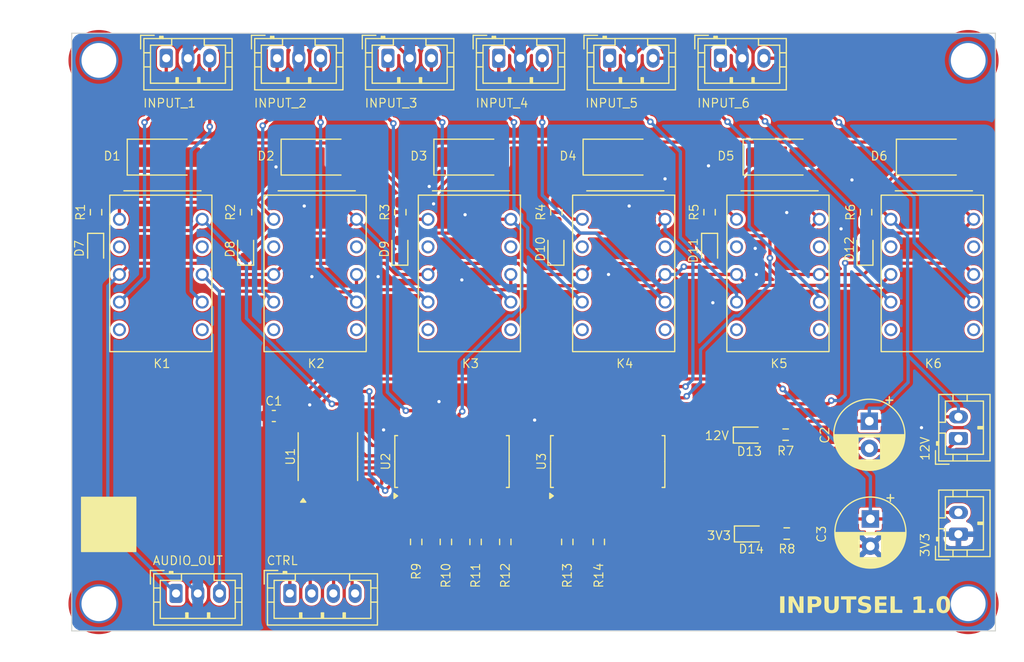
<source format=kicad_pcb>
(kicad_pcb (version 20240108) (generator "pcbnew") (generator_version "8.0")
  (layers (0 "F.Cu" mixed) (31 "B.Cu" mixed) (34 "B.Paste" user) (35 "F.Paste" user) (36 "B.SilkS" user "B.Silkscreen") (37 "F.SilkS" user "F.Silkscreen") (38 "B.Mask" user) (39 "F.Mask" user) (44 "Edge.Cuts" user))
  (net 0 "")
  (net 1 "AGND")
  (net 2 "RCA1_L")
  (net 3 "RCA1_R")
  (net 4 "RCA2_L")
  (net 5 "RCA2_R")
  (net 6 "RCA3_L")
  (net 7 "RCA4_L")
  (net 8 "RCA4_R")
  (net 9 "RCA3_R")
  (net 12 "12V")
  (net 14 "CTRL2")
  (net 15 "CTRL1")
  (net 16 "OUT_R")
  (net 17 "OUT_L")
  (net 19 "CTRL3")
  (net 20 "EN")
  (net 24 "Net-(D1-A)")
  (net 26 "GND")
  (net 27 "RELAY_GND")
  (net 28 "Net-(D2-A)")
  (net 29 "3V3")
  (net 30 "Net-(D7-A)")
  (net 31 "Net-(D10-K)")
  (net 32 "Net-(D8-A)")
  (net 33 "Net-(D9-A)")
  (net 34 "Net-(D10-A)")
  (net 35 "RELAY2")
  (net 36 "RELAY3")
  (net 37 "RELAY1")
  (net 38 "RELAY4")
  (net 39 "Net-(D11-A)")
  (net 40 "Net-(D12-A)")
  (net 43 "RCA5_L")
  (net 44 "RCA5_R")
  (net 45 "Net-(R12-Pad1)")
  (net 46 "RELAY5")
  (net 47 "Net-(D13-A)")
  (net 48 "Net-(D14-A)")
  (net 49 "RCA6_R")
  (net 52 "RCA6_L")
  (net 53 "Net-(R14-Pad1)")
  (net 54 "RELAY6")
  (net 55 "Net-(D11-K)")
  (net 56 "Net-(D12-K)")
  (net 57 "Net-(R9-Pad1)")
  (net 58 "Net-(R10-Pad1)")
  (net 59 "Net-(R11-Pad1)")
  (net 60 "Net-(R13-Pad1)")
  (net 63 "Net-(D3-A)")
  (footprint "Resistor_SMD:R_0603_1608Metric_Pad0.98x0.95mm_HandSolder" (layer "F.Cu") (at 118.1364 107.9775 -90)
    (property "Reference" "R9")
    (property "Value" "820R")
  )
  (footprint "Resistor_SMD:R_0603_1608Metric_Pad0.98x0.95mm_HandSolder" (layer "F.Cu") (at 123.6031 107.9775 -90)
    (property "Reference" "R11")
    (property "Value" "820R")
  )
  (footprint "LED_SMD:LED_0603_1608Metric" (layer "F.Cu") (at 148.9064 107.245)
    (property "Reference" "D14")
    (property "Value" "BLUE")
  )
  (footprint "MountingHole:MountingHole_3.2mm_M3_DIN965_Pad_TopOnly" (layer "F.Cu") (at 168.9364 113.665)
    (property "Reference" "H4" (hide yes))
    (property "Value" "MountingHole")
  )
  (footprint "Resistor_SMD:R_0603_1608Metric_Pad0.98x0.95mm_HandSolder" (layer "F.Cu") (at 134.9414 107.9775 90)
    (property "Reference" "R14")
    (property "Value" "820R")
  )
  (footprint "Resistor_SMD:R_0603_1608Metric_Pad0.98x0.95mm_HandSolder" (layer "F.Cu") (at 145.1364 77.635 90)
    (property "Reference" "R5")
    (property "Value" "4.7K")
  )
  (footprint "Package_SO:SOP-16_4.55x10.3mm_P1.27mm" (layer "F.Cu") (at 121.4314 100.5775 90)
    (property "Reference" "U2")
    (property "Value" "TCMT4600")
  )
  (footprint "LED_SMD:LED_0603_1608Metric" (layer "F.Cu") (at 116.6364 81.025 90)
    (property "Reference" "D9")
    (property "Value" "RED")
  )
  (footprint "Custom:KEMET EA2" (layer "F.Cu") (at 151.4284 83.365 -90)
    (property "Reference" "K5")
    (property "Value" "EC2-5NU")
  )
  (footprint "Diode_SMD:D_SMA" (layer "F.Cu") (at 123.2764 72.565)
    (property "Reference" "D3")
    (property "Value" "D")
  )
  (footprint "Diode_SMD:D_SMA" (layer "F.Cu") (at 95.0564 72.565)
    (property "Reference" "D1")
    (property "Value" "D")
  )
  (footprint "Connector_JST:JST_PH_B3B-PH-K_1x03_P2.00mm_Vertical" (layer "F.Cu") (at 115.5364 63.465)
    (property "Reference" "J3" (hide yes))
    (property "Value" "Conn_01x03_Pin")
  )
  (footprint "LED_SMD:LED_0603_1608Metric" (layer "F.Cu") (at 88.6364 81.065 -90)
    (property "Reference" "D7")
    (property "Value" "RED")
  )
  (footprint "Diode_SMD:D_SMA" (layer "F.Cu") (at 109.2164 72.565)
    (property "Reference" "D2")
    (property "Value" "D")
  )
  (footprint "Resistor_SMD:R_0603_1608Metric_Pad0.98x0.95mm_HandSolder" (layer "F.Cu") (at 120.8697 107.9775 -90)
    (property "Reference" "R10")
    (property "Value" "820R")
  )
  (footprint "Resistor_SMD:R_0603_1608Metric_Pad0.98x0.95mm_HandSolder" (layer "F.Cu") (at 88.6764 77.635 90)
    (property "Reference" "R1")
    (property "Value" "4.7K")
  )
  (footprint "LED_SMD:LED_0603_1608Metric" (layer "F.Cu") (at 130.9964 81.025 90)
    (property "Reference" "D10")
    (property "Value" "RED")
  )
  (footprint "MountingHole:MountingHole_3.2mm_M3_DIN965_Pad_TopOnly" (layer "F.Cu") (at 88.9364 63.665)
    (property "Reference" "H1" (hide yes))
    (property "Value" "MountingHole")
  )
  (footprint "Capacitor_SMD:C_0603_1608Metric" (layer "F.Cu") (at 105.0364 96.39 180)
    (property "Reference" "C1")
    (property "Value" "0.1u")
  )
  (footprint "Capacitor_THT:CP_Radial_D6.3mm_P2.50mm" (layer "F.Cu") (at 159.9364 105.865 -90)
    (property "Reference" "C3")
    (property "Value" "470u")
  )
  (footprint "Connector_JST:JST_PH_B3B-PH-K_1x03_P2.00mm_Vertical" (layer "F.Cu") (at 146.1364 63.465)
    (property "Reference" "J6" (hide yes))
    (property "Value" "Conn_01x03_Pin")
  )
  (footprint "Resistor_SMD:R_0603_1608Metric_Pad0.98x0.95mm_HandSolder" (layer "F.Cu") (at 159.5364 77.635 90)
    (property "Reference" "R6")
    (property "Value" "4.7K")
  )
  (footprint "LED_SMD:LED_0603_1608Metric" (layer "F.Cu") (at 159.4364 81.025 90)
    (property "Reference" "D12")
    (property "Value" "RED")
  )
  (footprint "Connector_JST:JST_PH_B3B-PH-K_1x03_P2.00mm_Vertical" (layer "F.Cu") (at 105.3364 63.465)
    (property "Reference" "J2" (hide yes))
    (property "Value" "Conn_01x03_Pin")
  )
  (footprint "Connector_JST:JST_PH_B3B-PH-K_1x03_P2.00mm_Vertical" (layer "F.Cu") (at 95.1364 63.465)
    (property "Reference" "J1" (hide yes))
    (property "Value" "Conn_01x03_Pin")
  )
  (footprint "Custom:KEMET EA2" (layer "F.Cu") (at 165.6264 83.365 -90)
    (property "Reference" "K6")
    (property "Value" "EC2-5NU")
  )
  (footprint "Diode_SMD:D_SMA" (layer "F.Cu") (at 151.7364 72.565)
    (property "Reference" "D5")
    (property "Value" "D")
  )
  (footprint "Diode_SMD:D_SMA" (layer "F.Cu") (at 137.0064 72.565)
    (property "Reference" "D4")
    (property "Value" "D")
  )
  (footprint "Connector_JST:JST_PH_B3B-PH-K_1x03_P2.00mm_Vertical" (layer "F.Cu") (at 96.0364 112.715)
    (property "Reference" "J9" (hide yes))
    (property "Value" "Conn_01x03_Pin")
  )
  (footprint "Custom:KEMET EA2" (layer "F.Cu") (at 94.6364 83.365 -90)
    (property "Reference" "K1")
    (property "Value" "EC2-5NU")
  )
  (footprint "Resistor_SMD:R_0603_1608Metric_Pad0.98x0.95mm_HandSolder" (layer "F.Cu") (at 152.2364 107.205)
    (property "Reference" "R8")
    (property "Value" "150R")
  )
  (footprint "Resistor_SMD:R_0603_1608Metric_Pad0.98x0.95mm_HandSolder" (layer "F.Cu") (at 116.6764 77.635 90)
    (property "Reference" "R3")
    (property "Value" "4.7K")
  )
  (footprint "LED_SMD:LED_0603_1608Metric" (layer "F.Cu") (at 102.4397 81.025 90)
    (property "Reference" "D8")
    (property "Value" "RED")
  )
  (footprint "Package_SO:TSSOP-16_4.4x5mm_P0.65mm" (layer "F.Cu") (at 110.0114 100.1275 90)
    (property "Reference" "U1")
    (property "Value" "CD74AC238")
  )
  (footprint "LED_SMD:LED_0603_1608Metric" (layer "F.Cu") (at 145.1364 81.065 -90)
    (property "Reference" "D11")
    (property "Value" "RED")
  )
  (footprint "Package_SO:SOP-16_4.55x10.3mm_P1.27mm" (layer "F.Cu") (at 135.7614 100.5775 90)
    (property "Reference" "U3")
    (property "Value" "TCMT4600")
  )
  (footprint "Connector_JST:JST_PH_B3B-PH-K_1x03_P2.00mm_Vertical" (layer "F.Cu") (at 135.9364 63.465)
    (property "Reference" "J5" (hide yes))
    (property "Value" "Conn_01x03_Pin")
  )
  (footprint "Resistor_SMD:R_0603_1608Metric_Pad0.98x0.95mm_HandSolder" (layer "F.Cu") (at 126.3364 107.9775 -90)
    (property "Reference" "R12")
    (property "Value" "820R")
  )
  (footprint "Diode_SMD:D_SMA" (layer "F.Cu") (at 165.8364 72.565)
    (property "Reference" "D6")
    (property "Value" "D")
  )
  (footprint "Resistor_SMD:R_0603_1608Metric_Pad0.98x0.95mm_HandSolder" (layer "F.Cu") (at 131.0364 77.635 90)
    (property "Reference" "R4")
    (property "Value" "4.7K")
  )
  (footprint "Connector_JST:JST_PH_B2B-PH-K_1x02_P2.00mm_Vertical" (layer "F.Cu") (at 168.0364 107.265 90)
    (property "Reference" "J8" (hide yes))
    (property "Value" "Conn_01x02_Pin")
  )
  (footprint "Custom:KEMET EA2" (layer "F.Cu") (at 137.2304 83.365 -90)
    (property "Reference" "K4")
    (property "Value" "EC2-5NU")
  )
  (footprint "Resistor_SMD:R_0603_1608Metric_Pad0.98x0.95mm_HandSolder" (layer "F.Cu") (at 152.1364 98.105)
    (property "Reference" "R7")
    (property "Value" "75R")
  )
  (footprint "MountingHole:MountingHole_3.2mm_M3_DIN965_Pad_TopOnly" (layer "F.Cu") (at 88.9364 113.665)
    (property "Reference" "H3" (hide yes))
    (property "Value" "MountingHole")
  )
  (footprint "Connector_JST:JST_PH_B4B-PH-K_1x04_P2.00mm_Vertical" (layer "F.Cu") (at 106.5114 112.715)
    (property "Reference" "J10" (hide yes))
    (property "Value" "Conn_01x04_Pin")
  )
  (footprint "MountingHole:MountingHole_3.2mm_M3_DIN965_Pad_TopOnly" (layer "F.Cu") (at 168.9364 63.665)
    (property "Reference" "H2" (hide yes))
    (property "Value" "MountingHole")
  )
  (footprint "Resistor_SMD:R_0603_1608Metric_Pad0.98x0.95mm_HandSolder" (layer "F.Cu") (at 102.4797 77.635 90)
    (property "Reference" "R2")
    (property "Value" "4.7K")
  )
  (footprint "Resistor_SMD:R_0603_1608Metric_Pad0.98x0.95mm_HandSolder" (layer "F.Cu") (at 132.0414 107.9775 90)
    (property "Reference" "R13")
    (property "Value" "820R")
  )
  (footprint "Custom:KEMET EA2" (layer "F.Cu") (at 123.0324 83.365 -90)
    (property "Reference" "K3")
    (property "Value" "EC2-5NU")
  )
  (footprint "LED_SMD:LED_0603_1608Metric" (layer "F.Cu") (at 148.8064 98.145)
    (property "Reference" "D13")
    (property "Value" "RED")
  )
  (footprint "Connector_JST:JST_PH_B2B-PH-K_1x02_P2.00mm_Vertical" (layer "F.Cu") (at 168.0364 98.465 90)
    (property "Reference" "J7" (hide yes))
    (property "Value" "Conn_01x02_Pin")
  )
  (footprint "Capacitor_THT:CP_Radial_D6.3mm_P2.50mm" (layer "F.Cu") (at 159.8364 96.865 -90)
    (property "Reference" "C2")
    (property "Value" "470u")
  )
  (footprint "Custom:KEMET EA2" (layer "F.Cu") (at 108.8344 83.365 -90)
    (property "Reference" "K2")
    (property "Value" "EC2-5NU")
  )
  (footprint "Connector_JST:JST_PH_B3B-PH-K_1x03_P2.00mm_Vertical" (layer "F.Cu") (at 125.7364 63.465)
    (property "Reference" "J4" (hide yes))
    (property "Value" "Conn_01x03_Pin")
  )
  (gr_rect (start 87.3364 103.865) (end 92.3364 108.865) (stroke (width 0.1)) (fill solid) (layer "F.SilkS"))
  (gr_line (start 171.4364 61.165) (end 171.4364 116.165) (stroke (width 0.1)) (layer "Edge.Cuts"))
  (gr_line (start 86.4364 61.165) (end 86.4364 116.165) (stroke (width 0.1)) (layer "Edge.Cuts"))
  (gr_line (start 171.4364 116.165) (end 86.4364 116.165) (stroke (width 0.1)) (layer "Edge.Cuts"))
  (gr_line (start 86.4364 61.165) (end 171.4364 61.165) (stroke (width 0.1)) (layer "Edge.Cuts"))
  (gr_text "AUDIO_OUT" (at 93.8364 110.165 0) (layer "F.SilkS") (effects (font (size 0.8 0.8) (thickness 0.1)) (justify left bottom)))
  (gr_text "CTRL" (at 104.3114 110.165 0) (layer "F.SilkS") (effects (font (size 0.8 0.8) (thickness 0.1)) (justify left bottom)))
  (gr_text "12V" (at 144.6364 98.665 0) (layer "F.SilkS") (effects (font (size 0.8 0.8) (thickness 0.1)) (justify left bottom)))
  (gr_text "3V3" (at 165.4364 109.425 90) (layer "F.SilkS") (effects (font (size 0.8 0.8) (thickness 0.1)) (justify left bottom)))
  (gr_text "INPUT_4" (at 123.54308 68.065 0) (layer "F.SilkS") (effects (font (size 0.8 0.8) (thickness 0.1)) (justify left bottom)))
  (gr_text "INPUT_6\n" (at 143.9364 68.065 0) (layer "F.SilkS") (effects (font (size 0.8 0.8) (thickness 0.1)) (justify left bottom)))
  (gr_text "INPUT_3" (at 113.34642 68.065 0) (layer "F.SilkS") (effects (font (size 0.8 0.8) (thickness 0.1)) (justify left bottom)))
  (gr_text "INPUT_5" (at 133.6364 68.065 0) (layer "F.SilkS") (effects (font (size 0.8 0.8) (thickness 0.1)) (justify left bottom)))
  (gr_text "INPUTSEL 1.0" (at 151.4364 114.765 0) (layer "F.SilkS") (effects (font (size 1.5 1.5) (thickness 0.1) (bold yes)) (justify left bottom)))
  (gr_text "INPUT_2" (at 103.14976 68.065 0) (layer "F.SilkS") (effects (font (size 0.8 0.8) (thickness 0.1)) (justify left bottom)))
  (gr_text "INPUT_1" (at 92.9531 68.065 0) (layer "F.SilkS") (effects (font (size 0.8 0.8) (thickness 0.1)) (justify left bottom)))
  (gr_text "12V" (at 165.4364 100.565 90) (layer "F.SilkS") (effects (font (size 0.8 0.8) (thickness 0.1)) (justify left bottom)))
  (gr_text "3V3" (at 144.8364 107.865 0) (layer "F.SilkS") (effects (font (size 0.8 0.8) (thickness 0.1)) (justify left bottom)))
  (segment (start 116.258 62.1868) (end 117.536 63.465) (width 0.3) (layer "F.Cu") (net 1))
  (segment (start 129.014 62.1873) (end 127.736 63.465) (width 0.3) (layer "F.Cu") (net 1))
  (segment (start 137.936 63.465) (end 136.659 62.1873) (width 0.3) (layer "F.Cu") (net 1))
  (segment (start 139.276 62.1253) (end 137.936 63.465) (width 0.3) (layer "F.Cu") (net 1))
  (segment (start 126.458 62.1868) (end 116.258 62.1868) (width 0.3) (layer "F.Cu") (net 1))
  (segment (start 107.336 62.1868) (end 107.336 63.465) (width 0.3) (layer "F.Cu") (net 1))
  (segment (start 127.736 63.465) (end 126.458 62.1868) (width 0.3) (layer "F.Cu") (net 1))
  (segment (start 146.797 62.1253) (end 139.276 62.1253) (width 0.3) (layer "F.Cu") (net 1))
  (segment (start 136.659 62.1873) (end 129.014 62.1873) (width 0.3) (layer "F.Cu") (net 1))
  (segment (start 148.136 63.465) (end 146.797 62.1253) (width 0.3) (layer "F.Cu") (net 1))
  (segment (start 107.336 62.1868) (end 116.258 62.1868) (width 0.3) (layer "F.Cu") (net 1))
  (segment (start 97.1364 63.465) (end 98.4146 62.1868) (width 0.3) (layer "F.Cu") (net 1))
  (segment (start 98.4146 62.1868) (end 107.336 62.1868) (width 0.3) (layer "F.Cu") (net 1))
  (segment (start 98.0364 112.715) (end 96.8243 111.503) (width 0.3) (layer "B.Cu") (net 1))
  (segment (start 93.1364 69.365) (end 95.1364 67.365) (width 0.3) (layer "F.Cu") (net 2))
  (segment (start 95.1364 67.365) (end 95.1364 63.465) (width 0.3) (layer "F.Cu") (net 2))
  (via (at 93.1364 69.365) (size 0.6) (drill 0.3) (layers "F.Cu" "B.Cu") (net 2))
  (segment (start 90.8264 85.905) (end 93.1364 83.595) (width 0.3) (layer "B.Cu") (net 2))
  (segment (start 93.1364 83.595) (end 93.1364 69.365) (width 0.3) (layer "B.Cu") (net 2))
  (segment (start 99.1364 69.765) (end 99.1364 63.465) (width 0.3) (layer "F.Cu") (net 3))
  (via (at 99.1364 69.765) (size 0.6) (drill 0.3) (layers "F.Cu" "B.Cu") (net 3))
  (segment (start 97.4278 84.8864) (end 97.4278 71.9736) (width 0.3) (layer "B.Cu") (net 3))
  (segment (start 98.4464 85.905) (end 97.4278 84.8864) (width 0.3) (layer "B.Cu") (net 3))
  (segment (start 97.4278 71.9736) (end 99.1364 70.265) (width 0.3) (layer "B.Cu") (net 3))
  (segment (start 99.1364 70.265) (end 99.1364 69.765) (width 0.3) (layer "B.Cu") (net 3))
  (segment (start 105.336 65.9039) (end 105.336 63.465) (width 0.3) (layer "F.Cu") (net 4))
  (segment (start 104.014 69.665) (end 105.336 68.3428) (width 0.3) (layer "F.Cu") (net 4))
  (segment (start 105.3364 65.9035) (end 105.3364 63.465) (width 0.3) (layer "F.Cu") (net 4))
  (segment (start 105.336 65.9039) (end 105.3364 65.9035) (width 0.3) (layer "F.Cu") (net 4))
  (segment (start 105.336 68.3428) (end 105.336 65.9039) (width 0.3) (layer "F.Cu") (net 4))
  (via (at 104.014 69.665) (size 0.6) (drill 0.3) (layers "F.Cu" "B.Cu") (net 4))
  (segment (start 104.519 85.3999) (end 104.5193 85.3999) (width 0.3) (layer "B.Cu") (net 4))
  (segment (start 105.024 85.905) (end 104.519 85.3999) (width 0.3) (layer "B.Cu") (net 4))
  (segment (start 104.5193 85.3999) (end 105.0244 85.905) (width 0.3) (layer "B.Cu") (net 4))
  (segment (start 104.519 85.3999) (end 104.014 84.8948) (width 0.3) (layer "B.Cu") (net 4))
  (segment (start 104.014 84.8948) (end 104.014 69.665) (width 0.3) (layer "B.Cu") (net 4))
  (segment (start 109.336 66.415) (end 109.3364 66.4146) (width 0.3) (layer "F.Cu") (net 5))
  (segment (start 109.336 66.415) (end 109.336 63.465) (width 0.3) (layer "F.Cu") (net 5))
  (segment (start 109.336 69.365) (end 109.336 66.415) (width 0.3) (layer "F.Cu") (net 5))
  (segment (start 109.3364 66.4146) (end 109.3364 63.465) (width 0.3) (layer "F.Cu") (net 5))
  (via (at 109.336 69.365) (size 0.6) (drill 0.3) (layers "F.Cu" "B.Cu") (net 5))
  (segment (start 111.7369 84.9975) (end 112.6444 85.905) (width 0.3) (layer "B.Cu") (net 5))
  (segment (start 109.336 82.597) (end 109.336 69.365) (width 0.3) (layer "B.Cu") (net 5))
  (segment (start 111.7365 84.9975) (end 111.7369 84.9975) (width 0.3) (layer "B.Cu") (net 5))
  (segment (start 112.644 85.905) (end 111.7365 84.9975) (width 0.3) (layer "B.Cu") (net 5))
  (segment (start 111.7365 84.9975) (end 109.336 82.597) (width 0.3) (layer "B.Cu") (net 5))
  (segment (start 115.536 68.965) (end 115.536 66.215) (width 0.3) (layer "F.Cu") (net 6))
  (segment (start 115.536 66.215) (end 115.536 63.465) (width 0.3) (layer "F.Cu") (net 6))
  (segment (start 116.036 69.465) (end 115.536 68.965) (width 0.3) (layer "F.Cu") (net 6))
  (segment (start 115.536 66.215) (end 115.5364 66.2146) (width 0.3) (layer "F.Cu") (net 6))
  (segment (start 115.5364 66.2146) (end 115.5364 63.465) (width 0.3) (layer "F.Cu") (net 6))
  (via (at 116.036 69.465) (size 0.6) (drill 0.3) (layers "F.Cu" "B.Cu") (net 6))
  (segment (start 119.222 85.905) (end 118.3145 84.9975) (width 0.3) (layer "B.Cu") (net 6))
  (segment (start 118.3145 84.9975) (end 118.3149 84.9975) (width 0.3) (layer "B.Cu") (net 6))
  (segment (start 118.3145 84.9975) (end 116.036 82.719) (width 0.3) (layer "B.Cu") (net 6))
  (segment (start 118.3149 84.9975) (end 119.2224 85.905) (width 0.3) (layer "B.Cu") (net 6))
  (segment (start 116.036 82.719) (end 116.036 69.465) (width 0.3) (layer "B.Cu") (net 6))
  (segment (start 125.736 65.715) (end 125.7364 65.7146) (width 0.3) (layer "F.Cu") (net 7))
  (segment (start 125.736 65.715) (end 125.736 63.465) (width 0.3) (layer "F.Cu") (net 7))
  (segment (start 127.136 69.365) (end 125.736 67.965) (width 0.3) (layer "F.Cu") (net 7))
  (segment (start 125.736 67.965) (end 125.736 65.715) (width 0.3) (layer "F.Cu") (net 7))
  (segment (start 125.7364 65.7146) (end 125.7364 63.465) (width 0.3) (layer "F.Cu") (net 7))
  (via (at 127.136 69.365) (size 0.6) (drill 0.3) (layers "F.Cu" "B.Cu") (net 7))
  (segment (start 127.136 69.365) (end 127.136 77.285) (width 0.3) (layer "B.Cu") (net 7))
  (segment (start 128.405 79.0699) (end 128.405 80.8897) (width 0.3) (layer "B.Cu") (net 7))
  (segment (start 127.136 77.285) (end 127.257 77.285) (width 0.3) (layer "B.Cu") (net 7))
  (segment (start 127.842 78.5072) (end 128.405 79.0699) (width 0.3) (layer "B.Cu") (net 7))
  (segment (start 128.405 80.8897) (end 133.42 85.905) (width 0.3) (layer "B.Cu") (net 7))
  (segment (start 127.842 77.8708) (end 127.842 78.5072) (width 0.3) (layer "B.Cu") (net 7))
  (segment (start 127.257 77.285) (end 127.842 77.8708) (width 0.3) (layer "B.Cu") (net 7))
  (segment (start 129.736 66.4142) (end 129.736 63.465) (width 0.3) (layer "F.Cu") (net 8))
  (segment (start 129.738 69.365) (end 129.736 69.3635) (width 0.3) (layer "F.Cu") (net 8))
  (segment (start 129.736 66.4142) (end 129.7364 66.4138) (width 0.3) (layer "F.Cu") (net 8))
  (segment (start 129.7364 66.4138) (end 129.7364 63.465) (width 0.3) (layer "F.Cu") (net 8))
  (segment (start 129.736 69.3635) (end 129.736 66.4142) (width 0.3) (layer "F.Cu") (net 8))
  (via (at 129.738 69.365) (size 0.6) (drill 0.3) (layers "F.Cu" "B.Cu") (net 8))
  (segment (start 133.224 79.555) (end 129.738 76.0694) (width 0.3) (layer "B.Cu") (net 8))
  (segment (start 140.1325 84.9975) (end 140.1329 84.9975) (width 0.3) (layer "B.Cu") (net 8))
  (segment (start 134.69 79.555) (end 133.224 79.555) (width 0.3) (layer "B.Cu") (net 8))
  (segment (start 140.1329 84.9975) (end 141.0404 85.905) (width 0.3) (layer "B.Cu") (net 8))
  (segment (start 140.1325 84.9975) (end 134.69 79.555) (width 0.3) (layer "B.Cu") (net 8))
  (segment (start 129.738 76.0694) (end 129.738 69.365) (width 0.3) (layer "B.Cu") (net 8))
  (segment (start 141.04 85.905) (end 140.1325 84.9975) (width 0.3) (layer "B.Cu") (net 8))
  (segment (start 120.538 69.365) (end 119.536 68.3633) (width 0.3) (layer "F.Cu") (net 9))
  (segment (start 119.536 65.9141) (end 119.5364 65.9137) (width 0.3) (layer "F.Cu") (net 9))
  (segment (start 119.536 68.3633) (end 119.536 65.9141) (width 0.3) (layer "F.Cu") (net 9))
  (segment (start 119.5364 65.9137) (end 119.5364 63.465) (width 0.3) (layer "F.Cu") (net 9))
  (segment (start 119.536 65.9141) (end 119.536 63.465) (width 0.3) (layer "F.Cu") (net 9))
  (via (at 120.538 69.365) (size 0.6) (drill 0.3) (layers "F.Cu" "B.Cu") (net 9))
  (segment (start 125.9345 84.9975) (end 120.538 79.6007) (width 0.3) (layer "B.Cu") (net 9))
  (segment (start 125.9349 84.9975) (end 126.8424 85.905) (width 0.3) (layer "B.Cu") (net 9))
  (segment (start 120.538 79.6007) (end 120.538 69.365) (width 0.3) (layer "B.Cu") (net 9))
  (segment (start 126.842 85.905) (end 125.9345 84.9975) (width 0.3) (layer "B.Cu") (net 9))
  (segment (start 125.9345 84.9975) (end 125.9349 84.9975) (width 0.3) (layer "B.Cu") (net 9))
  (segment (start 121.276 72.565) (end 122.1993 71.6421) (width 0.3) (layer "F.Cu") (net 12))
  (segment (start 146.5734 77.24) (end 146.5733 77.24) (width 0.3) (layer "F.Cu") (net 12))
  (segment (start 135.006 71.8728) (end 135.0064 71.8732) (width 0.3) (layer "F.Cu") (net 12))
  (segment (start 121.2764 74.4012) (end 119.6047 76.0729) (width 0.3) (layer "F.Cu") (net 12))
  (segment (start 135.006 71.8728) (end 135.006 72.565) (width 0.3) (layer "F.Cu") (net 12))
  (segment (start 168.036 96.465) (end 161.438 96.465) (width 0.3) (layer "F.Cu") (net 12))
  (segment (start 159.836 96.865) (end 154.289 96.865) (width 0.3) (layer "F.Cu") (net 12))
  (segment (start 161.8164 78.285) (end 161.1903 77.6589) (width 0.3) (layer "F.Cu") (net 12))
  (segment (start 117.326 76.0729) (end 112.515 71.2623) (width 0.3) (layer "F.Cu") (net 12))
  (segment (start 94.3632 71.2582) (end 93.0564 72.565) (width 0.3) (layer "F.Cu") (net 12))
  (segment (start 146.056 76.2455) (end 146.056 76.7225) (width 0.3) (layer "F.Cu") (net 12))
  (segment (start 154.289 96.865) (end 153.669 97.485) (width 0.3) (layer "F.Cu") (net 12))
  (segment (start 135.006 71.1806) (end 149.736 71.1806) (width 0.3) (layer "F.Cu") (net 12))
  (segment (start 163.144 71.8728) (end 163.1442 71.8728) (width 0.3) (layer "F.Cu") (net 12))
  (segment (start 105.024 78.285) (end 104.0241 77.2848) (width 0.3) (layer "F.Cu") (net 12))
  (segment (start 162.452 71.1806) (end 163.144 71.8728) (width 0.3) (layer "F.Cu") (net 12))
  (segment (start 116.6764 76.7225) (end 116.6762 76.7223) (width 0.3) (layer "F.Cu") (net 12))
  (segment (start 168.036 96.465) (end 168.0364 96.465) (width 0.3) (layer "F.Cu") (net 12))
  (segment (start 107.216 72.968) (end 106.0403 74.1439) (width 0.3) (layer "F.Cu") (net 12))
  (segment (start 159.5364 76.7225) (end 159.536 76.7225) (width 0.3) (layer "F.Cu") (net 12))
  (segment (start 160.432 96.865) (end 159.8364 96.865) (width 0.3) (layer "F.Cu") (net 12))
  (segment (start 153.6689 97.485) (end 153.0489 98.105) (width 0.3) (layer "F.Cu") (net 12))
  (segment (start 147.618 78.285) (end 146.5733 77.24) (width 0.3) (layer "F.Cu") (net 12))
  (segment (start 102.4797 76.7225) (end 90.8264 76.7225) (width 0.3) (layer "F.Cu") (net 12))
  (segment (start 106.563 71.9116) (end 107.2164 72.565) (width 0.3) (layer "F.Cu") (net 12))
  (segment (start 163.836 72.565) (end 160.254 76.1475) (width 0.3) (layer "F.Cu") (net 12))
  (segment (start 135.006 72.565) (end 131.0364 76.5346) (width 0.3) (layer "F.Cu") (net 12))
  (segment (start 104.0242 77.2848) (end 104.0241 77.2848) (width 0.3) (layer "F.Cu") (net 12))
  (segment (start 121.2764 72.565) (end 122.1993 71.6421) (width 0.3) (layer "F.Cu") (net 12))
  (segment (start 147.6184 78.285) (end 146.5734 77.24) (width 0.3) (layer "F.Cu") (net 12))
  (segment (start 116.676 76.7225) (end 118.239 78.285) (width 0.3) (layer "F.Cu") (net 12))
  (segment (start 149.7364 71.2642) (end 149.736 71.2638) (width 0.3) (layer "F.Cu") (net 12))
  (segment (start 120.834 72.565) (end 117.326 76.0729) (width 0.3) (layer "F.Cu") (net 12))
  (segment (start 161.438 96.465) (end 161.038 96.865) (width 0.3) (layer "F.Cu") (net 12))
  (segment (start 90.8264 76.7225) (end 88.6764 76.7225) (width 0.3) (layer "F.Cu") (net 12))
  (segment (start 161.038 96.865) (end 160.432 96.865) (width 0.3) (layer "F.Cu") (net 12))
  (segment (start 149.7364 72.565) (end 149.7364 71.2642) (width 0.3) (layer "F.Cu") (net 12))
  (segment (start 122.661 71.1806) (end 135.006 71.1806) (width 0.3) (layer "F.Cu") (net 12))
  (segment (start 145.1364 76.7225) (end 145.136 76.7225) (width 0.3) (layer "F.Cu") (net 12))
  (segment (start 131.642 77.3283) (end 132.599 78.285) (width 0.3) (layer "F.Cu") (net 12))
  (segment (start 90.8264 76.7225) (end 90.8264 78.285) (width 0.3) (layer "F.Cu") (net 12))
  (segment (start 118.239 78.285) (end 119.222 78.285) (width 0.3) (layer "F.Cu") (net 12))
  (segment (start 119.6047 76.0729) (end 117.326 76.0729) (width 0.3) (layer "F.Cu") (net 12))
  (segment (start 131.036 76.7225) (end 131.642 77.3283) (width 0.3) (layer "F.Cu") (net 12))
  (segment (start 131.0364 76.5346) (end 131.0364 76.7225) (width 0.3) (layer "F.Cu") (net 12))
  (segment (start 153.669 97.485) (end 153.049 98.105) (width 0.3) (layer "F.Cu") (net 12))
  (segment (start 132.599 78.285) (end 133.42 78.285) (width 0.3) (layer "F.Cu") (net 12))
  (segment (start 163.1442 71.8728) (end 163.8364 72.565) (width 0.3) (layer "F.Cu") (net 12))
  (segment (start 161.035 77.5037) (end 160.254 76.7225) (width 0.3) (layer "F.Cu") (net 12))
  (segment (start 146.5733 77.24) (end 146.056 76.7225) (width 0.3) (layer "F.Cu") (net 12))
  (segment (start 117.326 76.0729) (end 116.6762 76.7223) (width 0.3) (layer "F.Cu") (net 12))
  (segment (start 149.736 71.2638) (end 149.736 72.565) (width 0.3) (layer "F.Cu") (net 12))
  (segment (start 104.0241 77.2848) (end 103.462 76.7225) (width 0.3) (layer "F.Cu") (net 12))
  (segment (start 105.91 71.2582) (end 94.3632 71.2582) (width 0.3) (layer "F.Cu") (net 12))
  (segment (start 131.642 77.3281) (end 131.642 77.3283) (width 0.3) (layer "F.Cu") (net 12))
  (segment (start 131.0364 76.7225) (end 131.642 77.3281) (width 0.3) (layer "F.Cu") (net 12))
  (segment (start 133.42 78.285) (end 133.4204 78.285) (width 0.3) (layer "F.Cu") (net 12))
  (segment (start 107.2164 72.565) (end 107.2164 72.9678) (width 0.3) (layer "F.Cu") (net 12))
  (segment (start 119.222 78.285) (end 119.2224 78.285) (width 0.3) (layer "F.Cu") (net 12))
  (segment (start 116.6762 76.7223) (end 116.676 76.7225) (width 0.3) (layer "F.Cu") (net 12))
  (segment (start 107.2164 72.9678) (end 106.0403 74.1439) (width 0.3) (layer "F.Cu") (net 12))
  (segment (start 135.006 71.1806) (end 135.006 71.8728) (width 0.3) (layer "F.Cu") (net 12))
  (segment (start 161.816 78.285) (end 161.035 77.5037) (width 0.3) (layer "F.Cu") (net 12))
  (segment (start 163.144 71.8728) (end 163.836 72.565) (width 0.3) (layer "F.Cu") (net 12))
  (segment (start 160.254 76.1475) (end 160.254 76.7225) (width 0.3) (layer "F.Cu") (net 12))
  (segment (start 146.056 76.7225) (end 145.1364 76.7225) (width 0.3) (layer "F.Cu") (net 12))
  (segment (start 106.563 71.9116) (end 105.91 71.2582) (width 0.3) (layer "F.Cu") (net 12))
  (segment (start 122.1993 71.6421) (end 122.661 71.1806) (width 0.3) (layer "F.Cu") (net 12))
  (segment (start 131.0364 76.5346) (end 131.036 76.535) (width 0.3) (layer "F.Cu") (net 12))
  (segment (start 149.736 71.1806) (end 162.452 71.1806) (width 0.3) (layer "F.Cu") (net 12))
  (segment (start 153.669 97.485) (end 153.6689 97.485) (width 0.3) (layer "F.Cu") (net 12))
  (segment (start 108.519 71.2623) (end 107.216 72.565) (width 0.3) (layer "F.Cu") (net 12))
  (segment (start 105.0244 78.285) (end 104.0242 77.2848) (width 0.3) (layer "F.Cu") (net 12))
  (segment (start 121.2764 72.565) (end 121.2764 74.4012) (width 0.3) (layer "F.Cu") (net 12))
  (segment (start 161.1902 77.6589) (end 161.035 77.5037) (width 0.3) (layer "F.Cu") (net 12))
  (segment (start 107.216 72.565) (end 106.563 71.9116) (width 0.3) (layer "F.Cu") (net 12))
  (segment (start 112.515 71.2623) (end 108.519 71.2623) (width 0.3) (layer "F.Cu") (net 12))
  (segment (start 149.736 71.1806) (end 149.736 71.2638) (width 0.3) (layer "F.Cu") (net 12))
  (segment (start 159.836 96.865) (end 159.8364 96.865) (width 0.3) (layer "F.Cu") (net 12))
  (segment (start 160.254 76.7225) (end 159.5364 76.7225) (width 0.3) (layer "F.Cu") (net 12))
  (segment (start 149.736 72.565) (end 146.056 76.2455) (width 0.3) (layer "F.Cu") (net 12))
  (segment (start 161.1903 77.6589) (end 161.1902 77.6589) (width 0.3) (layer "F.Cu") (net 12))
  (segment (start 103.462 76.7225) (end 102.4797 76.7225) (width 0.3) (layer "F.Cu") (net 12))
  (segment (start 135.0064 71.8732) (end 135.0064 72.565) (width 0.3) (layer "F.Cu") (net 12))
  (segment (start 106.0403 74.1439) (end 103.462 76.7225) (width 0.3) (layer "F.Cu") (net 12))
  (segment (start 159.8364 96.865) (end 159.8364 95.6633) (width 0.3) (layer "B.Cu") (net 12))
  (segment (start 163.4058 90.8329) (end 163.356 90.7831) (width 0.3) (layer "B.Cu") (net 12))
  (segment (start 163.356 79.8248) (end 162.586 79.0549) (width 0.3) (layer "B.Cu") (net 12))
  (segment (start 163.356 90.7831) (end 163.356 79.8248) (width 0.3) (layer "B.Cu") (net 12))
  (segment (start 162.586 79.0549) (end 161.8164 78.2853) (width 0.3) (layer "B.Cu") (net 12))
  (segment (start 168.036 96.465) (end 168.036 95.4633) (width 0.3) (layer "B.Cu") (net 12))
  (segment (start 161.8164 78.2853) (end 161.8164 78.285) (width 0.3) (layer "B.Cu") (net 12))
  (segment (start 163.4058 93.2956) (end 163.4058 90.8329) (width 0.3) (layer "B.Cu") (net 12))
  (segment (start 159.8364 95.6633) (end 161.0381 95.6633) (width 0.3) (layer "B.Cu") (net 12))
  (segment (start 168.036 95.4633) (end 163.4058 90.8329) (width 0.3) (layer "B.Cu") (net 12))
  (segment (start 161.0381 95.6633) (end 163.4058 93.2956) (width 0.3) (layer "B.Cu") (net 12))
  (segment (start 162.586 79.0549) (end 161.816 78.285) (width 0.3) (layer "B.Cu") (net 12))
  (segment (start 108.3864 103.421) (end 108.3864 102.99) (width 0.3) (layer "F.Cu") (net 14))
  (segment (start 108.5114 112.715) (end 108.511 112.715) (width 0.3) (layer "F.Cu") (net 14))
  (segment (start 108.386 103.4214) (end 108.386 102.99) (width 0.3) (layer "F.Cu") (net 14))
  (segment (start 108.511 112.715) (end 108.386 112.59) (width 0.3) (layer "F.Cu") (net 14))
  (segment (start 108.386 103.4214) (end 108.3864 103.421) (width 0.3) (layer "F.Cu") (net 14))
  (segment (start 108.386 112.59) (end 108.386 103.4214) (width 0.3) (layer "F.Cu") (net 14))
  (segment (start 107.1235 103.6025) (end 107.1239 103.6025) (width 0.3) (layer "F.Cu") (net 15))
  (segment (start 106.511 108.465) (end 106.5114 108.4654) (width 0.3) (layer "F.Cu") (net 15))
  (segment (start 106.511 112.715) (end 106.511 108.465) (width 0.3) (layer "F.Cu") (net 15))
  (segment (start 106.511 104.215) (end 107.1235 103.6025) (width 0.3) (layer "F.Cu") (net 15))
  (segment (start 106.511 108.465) (end 106.511 104.215) (width 0.3) (layer "F.Cu") (net 15))
  (segment (start 107.1239 103.6025) (end 107.7364 102.99) (width 0.3) (layer "F.Cu") (net 15))
  (segment (start 106.5114 108.4654) (end 106.5114 112.715) (width 0.3) (layer "F.Cu") (net 15))
  (segment (start 107.1235 103.6025) (end 107.736 102.99) (width 0.3) (layer "F.Cu") (net 15))
  (segment (start 159.336 83.365) (end 160.374 82.3275) (width 0.3) (layer "F.Cu") (net 16))
  (segment (start 105.439 84.905) (end 99.9864 84.905) (width 0.3) (layer "F.Cu") (net 16))
  (segment (start 126.842 83.8809) (end 126.8424 83.8805) (width 0.3) (layer "F.Cu") (net 16))
  (segment (start 146.138 82.7015) (end 146.498 82.3417) (width 0.3) (layer "F.Cu") (net 16))
  (segment (start 126.842 84.3969) (end 140.008 84.3969) (width 0.3) (layer "F.Cu") (net 16))
  (segment (start 160.374 82.3275) (end 168.399 82.3275) (width 0.3) (layer "F.Cu") (net 16))
  (segment (start 112.644 84.3969) (end 112.076 84.965) (width 0.3) (layer "F.Cu") (net 16))
  (segment (start 151.211 83.365) (end 155.2384 83.365) (width 0.3) (layer "F.Cu") (net 16))
  (segment (start 140.008 84.3969) (end 140.5241 83.8809) (width 0.3) (layer "F.Cu") (net 16))
  (segment (start 126.8424 83.8805) (end 126.8424 83.365) (width 0.3) (layer "F.Cu") (net 16))
  (segment (start 140.5241 83.8809) (end 141.04 83.365) (width 0.3) (layer "F.Cu") (net 16))
  (segment (start 142.768 82.6467) (end 142.822 82.7015) (width 0.3) (layer "F.Cu") (net 16))
  (segment (start 155.2384 83.365) (end 159.336 83.365) (width 0.3) (layer "F.Cu") (net 16))
  (segment (start 126.842 83.8809) (end 126.842 84.3969) (width 0.3) (layer "F.Cu") (net 16))
  (segment (start 168.399 82.3275) (end 169.436 83.365) (width 0.3) (layer "F.Cu") (net 16))
  (segment (start 112.644 83.8809) (end 112.644 84.3969) (width 0.3) (layer "F.Cu") (net 16))
  (segment (start 99.9864 84.905) (end 98.4464 83.365) (width 0.3) (layer "F.Cu") (net 16))
  (segment (start 112.644 83.8809) (end 112.6444 83.8805) (width 0.3) (layer "F.Cu") (net 16))
  (segment (start 150.188 82.3417) (end 151.211 83.365) (width 0.3) (layer "F.Cu") (net 16))
  (segment (start 142.822 82.7015) (end 146.138 82.7015) (width 0.3) (layer "F.Cu") (net 16))
  (segment (start 126.474 84.765) (end 126.842 84.3969) (width 0.3) (layer "F.Cu") (net 16))
  (segment (start 112.644 83.365) (end 112.644 83.8809) (width 0.3) (layer "F.Cu") (net 16))
  (segment (start 105.499 84.965) (end 105.439 84.905) (width 0.3) (layer "F.Cu") (net 16))
  (segment (start 126.842 83.365) (end 126.842 83.8809) (width 0.3) (layer "F.Cu") (net 16))
  (segment (start 113.012 84.765) (end 126.474 84.765) (width 0.3) (layer "F.Cu") (net 16))
  (segment (start 112.644 84.3969) (end 113.012 84.765) (width 0.3) (layer "F.Cu") (net 16))
  (segment (start 140.5241 83.8809) (end 140.5245 83.8809) (width 0.3) (layer "F.Cu") (net 16))
  (segment (start 146.498 82.3417) (end 150.188 82.3417) (width 0.3) (layer "F.Cu") (net 16))
  (segment (start 140.5245 83.8809) (end 141.0404 83.365) (width 0.3) (layer "F.Cu") (net 16))
  (segment (start 112.076 84.965) (end 105.499 84.965) (width 0.3) (layer "F.Cu") (net 16))
  (segment (start 112.6444 83.8805) (end 112.6444 83.365) (width 0.3) (layer "F.Cu") (net 16))
  (via (at 142.768 82.6467) (size 0.6) (drill 0.3) (layers "F.Cu" "B.Cu") (net 16))
  (segment (start 142.049 83.365) (end 142.768 82.6467) (width 0.3) (layer "B.Cu") (net 16))
  (segment (start 141.0404 83.365) (end 142.049 83.365) (width 0.3) (layer "B.Cu") (net 16))
  (segment (start 141.04 83.365) (end 141.0404 83.365) (width 0.3) (layer "B.Cu") (net 16))
  (segment (start 100.036 112.715) (end 100.036 84.955) (width 0.3) (layer "B.Cu") (net 16))
  (segment (start 100.036 84.955) (end 98.4464 83.365) (width 0.3) (layer "B.Cu") (net 16))
  (segment (start 100.319 82.3331) (end 101.351 83.365) (width 0.3) (layer "F.Cu") (net 17))
  (segment (start 148.62 84.3667) (end 160.815 84.3667) (width 0.3) (layer "F.Cu") (net 17))
  (segment (start 161.3155 83.8658) (end 161.3156 83.8658) (width 0.3) (layer "F.Cu") (net 17))
  (segment (start 141.455 82.3633) (end 142.457 83.365) (width 0.3) (layer "F.Cu") (net 17))
  (segment (start 142.457 83.365) (end 146.7408 83.365) (width 0.3) (layer "F.Cu") (net 17))
  (segment (start 116.279 83.365) (end 118.2296 83.365) (width 0.3) (layer "F.Cu") (net 17))
  (segment (start 118.2296 83.365) (end 119.2224 83.365) (width 0.3) (layer "F.Cu") (net 17))
  (segment (start 105.024 83.365) (end 106.053 82.3365) (width 0.3) (layer "F.Cu") (net 17))
  (segment (start 132.5086 83.365) (end 133.42 83.365) (width 0.3) (layer "F.Cu") (net 17))
  (segment (start 119.222 83.365) (end 120.244 82.3438) (width 0.3) (layer "F.Cu") (net 17))
  (segment (start 106.053 82.3365) (end 115.25 82.3365) (width 0.3) (layer "F.Cu") (net 17))
  (segment (start 146.7408 83.365) (end 147.618 83.365) (width 0.3) (layer "F.Cu") (net 17))
  (segment (start 118.2296 83.365) (end 119.222 83.365) (width 0.3) (layer "F.Cu") (net 17))
  (segment (start 161.3155 83.8658) (end 161.816 83.365) (width 0.3) (layer "F.Cu") (net 17))
  (segment (start 91.8583 82.3331) (end 100.319 82.3331) (width 0.3) (layer "F.Cu") (net 17))
  (segment (start 161.3156 83.8658) (end 161.8164 83.365) (width 0.3) (layer "F.Cu") (net 17))
  (segment (start 133.42 83.365) (end 134.422 82.3633) (width 0.3) (layer "F.Cu") (net 17))
  (segment (start 120.244 82.3438) (end 127.535 82.3438) (width 0.3) (layer "F.Cu") (net 17))
  (segment (start 146.7408 83.365) (end 147.6184 83.365) (width 0.3) (layer "F.Cu") (net 17))
  (segment (start 104.0323 83.365) (end 105.024 83.365) (width 0.3) (layer "F.Cu") (net 17))
  (segment (start 160.815 84.3667) (end 161.3155 83.8658) (width 0.3) (layer "F.Cu") (net 17))
  (segment (start 101.351 83.365) (end 104.0323 83.365) (width 0.3) (layer "F.Cu") (net 17))
  (segment (start 115.25 82.3365) (end 116.279 83.365) (width 0.3) (layer "F.Cu") (net 17))
  (segment (start 127.535 82.3438) (end 128.557 83.365) (width 0.3) (layer "F.Cu") (net 17))
  (segment (start 128.557 83.365) (end 132.5086 83.365) (width 0.3) (layer "F.Cu") (net 17))
  (segment (start 104.0323 83.365) (end 105.0244 83.365) (width 0.3) (layer "F.Cu") (net 17))
  (segment (start 90.8264 83.365) (end 91.8583 82.3331) (width 0.3) (layer "F.Cu") (net 17))
  (segment (start 134.422 82.3633) (end 141.455 82.3633) (width 0.3) (layer "F.Cu") (net 17))
  (segment (start 132.5086 83.365) (end 133.4204 83.365) (width 0.3) (layer "F.Cu") (net 17))
  (segment (start 147.618 83.365) (end 148.62 84.3667) (width 0.3) (layer "F.Cu") (net 17))
  (segment (start 89.7587 84.4327) (end 90.8264 83.365) (width 0.3) (layer "B.Cu") (net 17))
  (segment (start 96.0364 112.715) (end 89.7587 106.437) (width 0.3) (layer "B.Cu") (net 17))
  (segment (start 89.7587 106.437) (end 89.7587 84.4327) (width 0.3) (layer "B.Cu") (net 17))
  (segment (start 109.036 103.787) (end 109.036 103.3885) (width 0.3) (layer "F.Cu") (net 19))
  (segment (start 110.536 105.287) (end 109.036 103.787) (width 0.3) (layer "F.Cu") (net 19))
  (segment (start 109.036 103.3885) (end 109.0364 103.3881) (width 0.3) (layer "F.Cu") (net 19))
  (segment (start 110.5114 112.715) (end 110.536 112.6904) (width 0.3) (layer "F.Cu") (net 19))
  (segment (start 109.0364 103.3881) (end 109.0364 102.99) (width 0.3) (layer "F.Cu") (net 19))
  (segment (start 109.036 103.3885) (end 109.036 102.99) (width 0.3) (layer "F.Cu") (net 19))
  (segment (start 110.536 112.69) (end 110.536 105.287) (width 0.3) (layer "F.Cu") (net 19))
  (segment (start 110.536 112.6904) (end 110.536 112.69) (width 0.3) (layer "F.Cu") (net 19))
  (segment (start 112.236 112.44) (end 112.236 105.037) (width 0.3) (layer "F.Cu") (net 20))
  (segment (start 112.236 105.037) (end 110.986 103.787) (width 0.3) (layer "F.Cu") (net 20))
  (segment (start 110.986 103.787) (end 110.986 103.3885) (width 0.3) (layer "F.Cu") (net 20))
  (segment (start 110.986 103.3885) (end 110.9864 103.3881) (width 0.3) (layer "F.Cu") (net 20))
  (segment (start 112.5114 112.715) (end 112.511 112.715) (width 0.3) (layer "F.Cu") (net 20))
  (segment (start 112.511 112.715) (end 112.236 112.44) (width 0.3) (layer "F.Cu") (net 20))
  (segment (start 110.986 103.3885) (end 110.986 102.99) (width 0.3) (layer "F.Cu") (net 20))
  (segment (start 110.9864 103.3881) (end 110.9864 102.99) (width 0.3) (layer "F.Cu") (net 20))
  (segment (start 114.935 95.2765) (end 110.382 95.2765) (width 0.3) (layer "F.Cu") (net 24))
  (segment (start 89.6067 78.0407) (end 89.6067 79.3169) (width 0.3) (layer "F.Cu") (net 24))
  (segment (start 89.6067 79.3169) (end 88.6461 80.2775) (width 0.3) (layer "F.Cu") (net 24))
  (segment (start 97.0564 72.565) (end 95.7525 73.8689) (width 0.3) (layer "F.Cu") (net 24))
  (segment (start 87.7559 76.2276) (end 87.7559 77.3047) (width 0.3) (layer "F.Cu") (net 24))
  (segment (start 89.6067 79.3169) (end 97.4145 79.3169) (width 0.3) (layer "F.Cu") (net 24))
  (segment (start 90.1146 73.8689) (end 87.7559 76.2276) (width 0.3) (layer "F.Cu") (net 24))
  (segment (start 87.7559 77.3047) (end 88.0862 77.635) (width 0.3) (layer "F.Cu") (net 24))
  (segment (start 116.4852 96.8263) (end 116.9864 97.3275) (width 0.3) (layer "F.Cu") (net 24))
  (segment (start 97.4145 79.3169) (end 98.4464 78.285) (width 0.3) (layer "F.Cu") (net 24))
  (segment (start 95.7525 73.8689) (end 90.1146 73.8689) (width 0.3) (layer "F.Cu") (net 24))
  (segment (start 116.4848 96.8263) (end 116.4852 96.8263) (width 0.3) (layer "F.Cu") (net 24))
  (segment (start 89.201 77.635) (end 89.6067 78.0407) (width 0.3) (layer "F.Cu") (net 24))
  (segment (start 116.4848 96.8263) (end 114.935 95.2765) (width 0.3) (layer "F.Cu") (net 24))
  (segment (start 88.0862 77.635) (end 89.201 77.635) (width 0.3) (layer "F.Cu") (net 24))
  (segment (start 116.986 97.3275) (end 116.4848 96.8263) (width 0.3) (layer "F.Cu") (net 24))
  (segment (start 88.6364 80.2775) (end 88.6461 80.2775) (width 0.3) (layer "F.Cu") (net 24))
  (via (at 110.382 95.2765) (size 0.6) (drill 0.3) (layers "F.Cu" "B.Cu") (net 24))
  (segment (start 102.518 87.4121) (end 110.382 95.2765) (width 0.3) (layer "B.Cu") (net 24))
  (segment (start 102.518 82.3564) (end 102.518 87.4121) (width 0.3) (layer "B.Cu") (net 24))
  (segment (start 98.4464 78.285) (end 102.518 82.3564) (width 0.3) (layer "B.Cu") (net 24))
  (segment (start 149.239 108.365) (end 148.119 107.245) (width 0.3) (layer "F.Cu") (net 26))
  (segment (start 148.119 107.245) (end 145.545 109.819) (width 0.3) (layer "F.Cu") (net 26))
  (segment (start 109.6864 102.99) (end 110.336 102.99) (width 0.3) (layer "F.Cu") (net 26))
  (segment (start 120.8697 108.89) (end 123.6031 108.89) (width 0.3) (layer "F.Cu") (net 26))
  (segment (start 109.686 102.99) (end 109.686 101.816) (width 0.3) (layer "F.Cu") (net 26))
  (segment (start 109.686 101.816) (end 111.926 101.816) (width 0.3) (layer "F.Cu") (net 26))
  (segment (start 109.686 101.816) (end 109.686 101.815) (width 0.3) (layer "F.Cu") (net 26))
  (segment (start 132.0414 107.065) (end 132.041 107.065) (width 0.3) (layer "F.Cu") (net 26))
  (segment (start 123.6031 108.89) (end 126.336 108.89) (width 0.3) (layer "F.Cu") (net 26))
  (segment (start 159.936 108.365) (end 149.239 108.365) (width 0.3) (layer "F.Cu") (net 26))
  (segment (start 161.036 107.265) (end 159.936 108.365) (width 0.3) (layer "F.Cu") (net 26))
  (segment (start 118.1364 108.89) (end 120.8697 108.89) (width 0.3) (layer "F.Cu") (net 26))
  (segment (start 148.019 98.145) (end 148.019 107.145) (width 0.3) (layer "F.Cu") (net 26))
  (segment (start 111.926 101.816) (end 112.286 102.177) (width 0.3) (layer "F.Cu") (net 26))
  (segment (start 112.286 102.177) (end 112.286 102.99) (width 0.3) (layer "F.Cu") (net 26))
  (segment (start 109.6864 102.99) (end 109.686 102.99) (width 0.3) (layer "F.Cu") (net 26))
  (segment (start 133.491 107.065) (end 132.0414 107.065) (width 0.3) (layer "F.Cu") (net 26))
  (segment (start 112.286 103.04) (end 118.136 108.89) (width 0.3) (layer "F.Cu") (net 26))
  (segment (start 118.136 108.89) (end 118.1364 108.89) (width 0.3) (layer "F.Cu") (net 26))
  (segment (start 134.941 107.065) (end 133.491 107.065) (width 0.3) (layer "F.Cu") (net 26))
  (segment (start 109.686 101.815) (end 104.261 96.39) (width 0.3) (layer "F.Cu") (net 26))
  (segment (start 168.036 107.265) (end 161.036 107.265) (width 0.3) (layer "F.Cu") (net 26))
  (segment (start 126.336 108.89) (end 127.265 109.819) (width 0.3) (layer "F.Cu") (net 26))
  (segment (start 133.491 109.819) (end 133.491 107.065) (width 0.3) (layer "F.Cu") (net 26))
  (segment (start 127.265 109.819) (end 133.491 109.819) (width 0.3) (layer "F.Cu") (net 26))
  (segment (start 145.545 109.819) (end 133.491 109.819) (width 0.3) (layer "F.Cu") (net 26))
  (via (at 149.4364 83.365) (size 0.6) (drill 0.3) (layers "F.Cu" "B.Cu") (net 26))
  (via (at 164.636 97.465) (size 0.6) (drill 0.3) (layers "F.Cu" "B.Cu") (net 26))
  (via (at 105.236 73.465) (size 0.6) (drill 0.3) (layers "F.Cu" "B.Cu") (net 26))
  (via (at 141.036 74.565) (size 0.6) (drill 0.3) (layers "F.Cu" "B.Cu") (net 26))
  (via (at 137.736 77.065) (size 0.6) (drill 0.3) (layers "F.Cu" "B.Cu") (net 26))
  (via (at 149.3364 80.965) (size 0.6) (drill 0.3) (layers "F.Cu" "B.Cu") (net 26))
  (via (at 108.536 83.565) (size 0.6) (drill 0.3) (layers "F.Cu" "B.Cu") (net 26))
  (via (at 122.336 83.865) (size 0.6) (drill 0.3) (layers "F.Cu" "B.Cu") (net 26))
  (via (at 108.3364 95.365) (size 0.6) (drill 0.3) (layers "F.Cu" "B.Cu") (net 26))
  (via (at 145.036 73.365) (size 0.6) (drill 0.3) (layers "F.Cu" "B.Cu") (net 26))
  (via (at 157.236 79.165) (size 0.6) (drill 0.3) (layers "F.Cu" "B.Cu") (net 26))
  (via (at 122.636 77.865) (size 0.6) (drill 0.3) (layers "F.Cu" "B.Cu") (net 26))
  (via (at 114.636 83.565) (size 0.6) (drill 0.3) (layers "F.Cu" "B.Cu") (net 26))
  (via (at 152.236 77.665) (size 0.6) (drill 0.3) (layers "F.Cu" "B.Cu") (net 26))
  (via (at 120.236 95.065) (size 0.6) (drill 0.3) (layers "F.Cu" "B.Cu") (net 26))
  (via (at 135.836 83.365) (size 0.6) (drill 0.3) (layers "F.Cu" "B.Cu") (net 26))
  (via (at 129.036 96.765) (size 0.6) (drill 0.3) (layers "F.Cu" "B.Cu") (net 26))
  (via (at 145.436 85.965) (size 0.6) (drill 0.3) (layers "F.Cu" "B.Cu") (net 26))
  (via (at 158.236 74.665) (size 0.6) (drill 0.3) (layers "F.Cu" "B.Cu") (net 26))
  (via (at 107.836 77.065) (size 0.6) (drill 0.3) (layers "F.Cu" "B.Cu") (net 26))
  (via (at 119.7364 76.865) (size 0.6) (drill 0.3) (layers "F.Cu" "B.Cu") (net 26))
  (via (at 119.336 75.265) (size 0.6) (drill 0.3) (layers "F.Cu" "B.Cu") (net 26))
  (via (at 115.136 97.665) (size 0.6) (drill 0.3) (layers "F.Cu" "B.Cu") (net 26))
  (segment (start 152.136 97.6016) (end 152.136 98.6072) (width 0.3) (layer "F.Cu") (net 27))
  (segment (start 135.5484 98.0606) (end 135.4809 98.0606) (width 0.3) (layer "F.Cu") (net 27))
  (segment (start 134.293 98.5395) (end 135.1264 97.7061) (width 0.3) (layer "F.Cu") (net 27))
  (segment (start 125.8764 97.9331) (end 125.8764 97.3275) (width 0.3) (layer "F.Cu") (net 27))
  (segment (start 123.336 98.5395) (end 125.876 98.5395) (width 0.3) (layer "F.Cu") (net 27))
  (segment (start 135.126 97.6386) (end 135.5484 98.0606) (width 0.3) (layer "F.Cu") (net 27))
  (segment (start 152.894 99.365) (end 159.836 99.365) (width 0.3) (layer "F.Cu") (net 27))
  (segment (start 136.018 98.5298) (end 141.342 98.5298) (width 0.3) (layer "F.Cu") (net 27))
  (segment (start 125.876 98.5395) (end 132.586 98.5395) (width 0.3) (layer "F.Cu") (net 27))
  (segment (start 159.836 99.365) (end 159.8364 99.365) (width 0.3) (layer "F.Cu") (net 27))
  (segment (start 134.293 98.5395) (end 135.126 97.7063) (width 0.3) (layer "F.Cu") (net 27))
  (segment (start 123.336 98.5395) (end 123.336 97.3275) (width 0.3) (layer "F.Cu") (net 27))
  (segment (start 135.1264 97.7061) (end 135.1264 97.3275) (width 0.3) (layer "F.Cu") (net 27))
  (segment (start 151.759 97.2246) (end 152.136 97.6016) (width 0.3) (layer "F.Cu") (net 27))
  (segment (start 119.151 98.5395) (end 120.796 98.5395) (width 0.3) (layer "F.Cu") (net 27))
  (segment (start 123.3364 97.3275) (end 123.336 97.3275) (width 0.3) (layer "F.Cu") (net 27))
  (segment (start 167.4864 99.015) (end 168.0364 98.465) (width 0.3) (layer "F.Cu") (net 27))
  (segment (start 166.936 99.565) (end 160.0364 99.565) (width 0.3) (layer "F.Cu") (net 27))
  (segment (start 142.648 97.2246) (end 151.759 97.2246) (width 0.3) (layer "F.Cu") (net 27))
  (segment (start 120.796 98.5395) (end 120.796 97.3275) (width 0.3) (layer "F.Cu") (net 27))
  (segment (start 118.2564 97.6451) (end 118.8527 98.2414) (width 0.3) (layer "F.Cu") (net 27))
  (segment (start 132.5864 97.3275) (end 132.586 97.3275) (width 0.3) (layer "F.Cu") (net 27))
  (segment (start 118.8527 98.2414) (end 119.151 98.5395) (width 0.3) (layer "F.Cu") (net 27))
  (segment (start 152.136 98.6072) (end 152.894 99.365) (width 0.3) (layer "F.Cu") (net 27))
  (segment (start 168.036 98.465) (end 167.486 99.015) (width 0.3) (layer "F.Cu") (net 27))
  (segment (start 125.876 97.9335) (end 125.8764 97.9331) (width 0.3) (layer "F.Cu") (net 27))
  (segment (start 167.486 99.015) (end 167.4864 99.015) (width 0.3) (layer "F.Cu") (net 27))
  (segment (start 120.7964 97.3275) (end 120.796 97.3275) (width 0.3) (layer "F.Cu") (net 27))
  (segment (start 160.0364 99.565) (end 160.036 99.565) (width 0.3) (layer "F.Cu") (net 27))
  (segment (start 125.876 97.9335) (end 125.876 97.3275) (width 0.3) (layer "F.Cu") (net 27))
  (segment (start 135.4809 98.0606) (end 135.1264 97.7061) (width 0.3) (layer "F.Cu") (net 27))
  (segment (start 132.586 97.3275) (end 132.586 98.5395) (width 0.3) (layer "F.Cu") (net 27))
  (segment (start 135.5484 98.0606) (end 136.018 98.5298) (width 0.3) (layer "F.Cu") (net 27))
  (segment (start 118.256 97.6451) (end 118.8527 98.2414) (width 0.3) (layer "F.Cu") (net 27))
  (segment (start 167.486 99.015) (end 166.936 99.565) (width 0.3) (layer "F.Cu") (net 27))
  (segment (start 141.342 98.5298) (end 142.648 97.2246) (width 0.3) (layer "F.Cu") (net 27))
  (segment (start 118.2564 97.3275) (end 118.2564 97.6451) (width 0.3) (layer "F.Cu") (net 27))
  (segment (start 120.796 98.5395) (end 123.336 98.5395) (width 0.3) (layer "F.Cu") (net 27))
  (segment (start 160.0364 99.565) (end 159.8364 99.365) (width 0.3) (layer "F.Cu") (net 27))
  (segment (start 125.876 98.5395) (end 125.876 97.9335) (width 0.3) (layer "F.Cu") (net 27))
  (segment (start 132.586 98.5395) (end 134.293 98.5395) (width 0.3) (layer "F.Cu") (net 27))
  (segment (start 119.5264 97.3275) (end 119.5264 96.9525) (width 0.3) (layer "F.Cu") (net 28))
  (segment (start 111.374 79.555) (end 104.697 79.555) (width 0.3) (layer "F.Cu") (net 28))
  (segment (start 104.697 79.555) (end 103.7942 80.458) (width 0.3) (layer "F.Cu") (net 28))
  (segment (start 111.2164 72.565) (end 111.216 72.565) (width 0.3) (layer "F.Cu") (net 28))
  (segment (start 117.185 95.9001) (end 118.474 95.9001) (width 0.3) (layer "F.Cu") (net 28))
  (segment (start 118.474 95.9001) (end 119.526 96.9523) (width 0.3) (layer "F.Cu") (net 28))
  (segment (start 111.216 72.565) (end 111.216 76.857) (width 0.3) (layer "F.Cu") (net 28))
  (segment (start 111.216 76.857) (end 112.644 78.285) (width 0.3) (layer "F.Cu") (net 28))
  (segment (start 111.9201 79.0089) (end 111.374 79.555) (width 0.3) (layer "F.Cu") (net 28))
  (segment (start 112.644 78.285) (end 111.9201 79.0089) (width 0.3) (layer "F.Cu") (net 28))
  (segment (start 111.9205 79.0089) (end 112.6444 78.285) (width 0.3) (layer "F.Cu") (net 28))
  (segment (start 111.9201 79.0089) (end 111.9205 79.0089) (width 0.3) (layer "F.Cu") (net 28))
  (segment (start 102.4397 81.8125) (end 103.7942 80.458) (width 0.3) (layer "F.Cu") (net 28))
  (segment (start 119.5264 96.9525) (end 118.474 95.9001) (width 0.3) (layer "F.Cu") (net 28))
  (segment (start 103.7942 80.458) (end 102.44 81.8125) (width 0.3) (layer "F.Cu") (net 28))
  (via (at 117.185 95.9001) (size 0.6) (drill 0.3) (layers "F.Cu" "B.Cu") (net 28))
  (segment (start 112.6444 78.2854) (end 115.486 81.127) (width 0.3) (layer "B.Cu") (net 28))
  (segment (start 112.644 78.285) (end 112.6444 78.2854) (width 0.3) (layer "B.Cu") (net 28))
  (segment (start 112.6444 78.2854) (end 112.6444 78.285) (width 0.3) (layer "B.Cu") (net 28))
  (segment (start 115.486 81.127) (end 115.486 94.2011) (width 0.3) (layer "B.Cu") (net 28))
  (segment (start 115.486 94.2011) (end 117.185 95.9001) (width 0.3) (layer "B.Cu") (net 28))
  (segment (start 160.532 105.865) (end 159.9364 105.865) (width 0.3) (layer "F.Cu") (net 29))
  (segment (start 159.936 105.865) (end 159.9364 105.865) (width 0.3) (layer "F.Cu") (net 29))
  (segment (start 107.736 97.265) (end 107.7364 97.265) (width 0.3) (layer "F.Cu") (net 29))
  (segment (start 153.5598 106.7942) (end 153.149 107.205) (width 0.3) (layer "F.Cu") (net 29))
  (segment (start 105.8112 96.3902) (end 105.811 96.39) (width 0.3) (layer "F.Cu") (net 29))
  (segment (start 109.22 92.9813) (end 150.947 92.9813) (width 0.3) (layer "F.Cu") (net 29))
  (segment (start 106.686 97.265) (end 105.8112 96.3902) (width 0.3) (layer "F.Cu") (net 29))
  (segment (start 154.489 105.865) (end 153.5598 106.7942) (width 0.3) (layer "F.Cu") (net 29))
  (segment (start 168.036 105.265) (end 168.0364 105.265) (width 0.3) (layer "F.Cu") (net 29))
  (segment (start 159.936 105.865) (end 154.489 105.865) (width 0.3) (layer "F.Cu") (net 29))
  (segment (start 105.8114 96.39) (end 105.8112 96.3902) (width 0.3) (layer "F.Cu") (net 29))
  (segment (start 161.138 105.865) (end 160.532 105.865) (width 0.3) (layer "F.Cu") (net 29))
  (segment (start 161.738 105.265) (end 161.138 105.865) (width 0.3) (layer "F.Cu") (net 29))
  (segment (start 153.5598 106.7942) (end 153.5597 106.7942) (width 0.3) (layer "F.Cu") (net 29))
  (segment (start 168.036 105.265) (end 161.738 105.265) (width 0.3) (layer "F.Cu") (net 29))
  (segment (start 153.5597 106.7942) (end 153.1489 107.205) (width 0.3) (layer "F.Cu") (net 29))
  (segment (start 150.947 92.9813) (end 151.863 93.8964) (width 0.3) (layer "F.Cu") (net 29))
  (segment (start 105.811 96.39) (end 109.22 92.9813) (width 0.3) (layer "F.Cu") (net 29))
  (segment (start 107.736 97.265) (end 106.686 97.265) (width 0.3) (layer "F.Cu") (net 29))
  (via (at 151.863 93.8964) (size 0.6) (drill 0.3) (layers "F.Cu" "B.Cu") (net 29))
  (segment (start 159.9364 104.84) (end 159.936 104.8396) (width 0.3) (layer "B.Cu") (net 29))
  (segment (start 159.936 104.8396) (end 159.936 101.97) (width 0.3) (layer "B.Cu") (net 29))
  (segment (start 159.936 105.865) (end 159.936 104.8396) (width 0.3) (layer "B.Cu") (net 29))
  (segment (start 159.936 101.97) (end 151.863 93.8964) (width 0.3) (layer "B.Cu") (net 29))
  (segment (start 159.9364 105.865) (end 159.9364 104.84) (width 0.3) (layer "B.Cu") (net 29))
  (segment (start 88.6764 78.5475) (end 87.7351 79.4888) (width 0.3) (layer "F.Cu") (net 30))
  (segment (start 87.7351 80.9512) (end 88.6364 81.8525) (width 0.3) (layer "F.Cu") (net 30))
  (segment (start 87.7351 79.4888) (end 87.7351 80.9512) (width 0.3) (layer "F.Cu") (net 30))
  (segment (start 140.405 78.92) (end 141.04 78.285) (width 0.3) (layer "F.Cu") (net 31))
  (segment (start 139.006 74.2795) (end 139.0064 74.2791) (width 0.3) (layer "F.Cu") (net 31))
  (segment (start 124.606 97.3275) (end 124.606 96.9275) (width 0.3) (layer "F.Cu") (net 31))
  (segment (start 131.4476 81.361) (end 133.254 79.555) (width 0.3) (layer "F.Cu") (net 31))
  (segment (start 124.606 96.9275) (end 124.606 96.5275) (width 0.3) (layer "F.Cu") (net 31))
  (segment (start 133.254 79.555) (end 139.77 79.555) (width 0.3) (layer "F.Cu") (net 31))
  (segment (start 139.006 74.2795) (end 139.006 72.565) (width 0.3) (layer "F.Cu") (net 31))
  (segment (start 124.6064 96.9279) (end 124.6064 97.3275) (width 0.3) (layer "F.Cu") (net 31))
  (segment (start 140.4054 78.92) (end 141.0404 78.285) (width 0.3) (layer "F.Cu") (net 31))
  (segment (start 124.606 96.9275) (end 124.6064 96.9279) (width 0.3) (layer "F.Cu") (net 31))
  (segment (start 139.0064 74.2791) (end 139.0064 72.565) (width 0.3) (layer "F.Cu") (net 31))
  (segment (start 130.9964 81.8122) (end 130.9964 81.8125) (width 0.3) (layer "F.Cu") (net 31))
  (segment (start 130.996 81.8125) (end 131.4476 81.361) (width 0.3) (layer "F.Cu") (net 31))
  (segment (start 140.405 78.92) (end 140.4054 78.92) (width 0.3) (layer "F.Cu") (net 31))
  (segment (start 131.4476 81.361) (end 130.9964 81.8122) (width 0.3) (layer "F.Cu") (net 31))
  (segment (start 141.04 78.285) (end 139.006 76.251) (width 0.3) (layer "F.Cu") (net 31))
  (segment (start 124.606 96.5275) (end 127.453 93.6813) (width 0.3) (layer "F.Cu") (net 31))
  (segment (start 139.006 76.251) (end 139.006 74.2795) (width 0.3) (layer "F.Cu") (net 31))
  (segment (start 139.77 79.555) (end 140.405 78.92) (width 0.3) (layer "F.Cu") (net 31))
  (segment (start 127.453 93.6813) (end 142.924 93.6813) (width 0.3) (layer "F.Cu") (net 31))
  (via (at 142.924 93.6813) (size 0.6) (drill 0.3) (layers "F.Cu" "B.Cu") (net 31))
  (segment (start 141.04 78.806) (end 141.04 79.327) (width 0.3) (layer "B.Cu") (net 31))
  (segment (start 141.04 79.327) (end 143.601 81.8873) (width 0.3) (layer "B.Cu") (net 31))
  (segment (start 141.0404 78.8056) (end 141.0404 78.285) (width 0.3) (layer "B.Cu") (net 31))
  (segment (start 143.601 93.0043) (end 142.924 93.6813) (width 0.3) (layer "B.Cu") (net 31))
  (segment (start 143.601 81.8873) (end 143.601 93.0043) (width 0.3) (layer "B.Cu") (net 31))
  (segment (start 141.04 78.285) (end 141.04 78.806) (width 0.3) (layer "B.Cu") (net 31))
  (segment (start 141.04 78.806) (end 141.0404 78.8056) (width 0.3) (layer "B.Cu") (net 31))
  (segment (start 102.44 80.2375) (end 102.48 80.1975) (width 0.3) (layer "F.Cu") (net 32))
  (segment (start 102.4797 79.3722) (end 102.4797 78.5475) (width 0.3) (layer "F.Cu") (net 32))
  (segment (start 102.48 79.3725) (end 102.4797 79.3722) (width 0.3) (layer "F.Cu") (net 32))
  (segment (start 102.48 79.3725) (end 102.48 78.5475) (width 0.3) (layer "F.Cu") (net 32))
  (segment (start 102.4397 80.2375) (end 102.44 80.2375) (width 0.3) (layer "F.Cu") (net 32))
  (segment (start 102.48 80.1975) (end 102.48 79.3725) (width 0.3) (layer "F.Cu") (net 32))
  (segment (start 116.676 80.1979) (end 116.676 80.1975) (width 0.3) (layer "F.Cu") (net 33))
  (segment (start 116.6364 80.2375) (end 116.676 80.1979) (width 0.3) (layer "F.Cu") (net 33))
  (segment (start 116.676 78.5475) (end 116.6764 78.5475) (width 0.3) (layer "F.Cu") (net 33))
  (segment (start 116.676 78.5475) (end 116.676 80.1975) (width 0.3) (layer "F.Cu") (net 33))
  (segment (start 130.9964 80.2375) (end 131.036 80.1979) (width 0.3) (layer "F.Cu") (net 34))
  (segment (start 131.036 80.1979) (end 131.036 80.1975) (width 0.3) (layer "F.Cu") (net 34))
  (segment (start 131.036 78.5475) (end 131.0364 78.5475) (width 0.3) (layer "F.Cu") (net 34))
  (segment (start 131.036 78.5475) (end 131.036 80.1975) (width 0.3) (layer "F.Cu") (net 34))
  (segment (start 109.6864 97.265) (end 109.6864 96.4674) (width 0.3) (layer "F.Cu") (net 35))
  (segment (start 119.5264 103.5139) (end 118.5972 102.5847) (width 0.3) (layer "F.Cu") (net 35))
  (segment (start 115.9518 102.5847) (end 115.285 103.2515) (width 0.3) (layer "F.Cu") (net 35))
  (segment (start 109.6864 96.4674) (end 109.6289 96.4099) (width 0.3) (layer "F.Cu") (net 35))
  (segment (start 119.5264 103.8275) (end 119.5264 103.5139) (width 0.3) (layer "F.Cu") (net 35))
  (segment (start 109.6289 96.4099) (end 109.6289 95.0094) (width 0.3) (layer "F.Cu") (net 35))
  (segment (start 110.5094 94.1289) (end 113.8257 94.1289) (width 0.3) (layer "F.Cu") (net 35))
  (segment (start 118.5972 102.5847) (end 115.9518 102.5847) (width 0.3) (layer "F.Cu") (net 35))
  (segment (start 109.6289 95.0094) (end 110.5094 94.1289) (width 0.3) (layer "F.Cu") (net 35))
  (via (at 113.8257 94.1289) (size 0.6) (drill 0.3) (layers "F.Cu" "B.Cu") (net 35))
  (via (at 115.285 103.2515) (size 0.6) (drill 0.3) (layers "F.Cu" "B.Cu") (net 35))
  (segment (start 115.285 103.2515) (end 113.8257 101.7922) (width 0.3) (layer "B.Cu") (net 35))
  (segment (start 113.8257 101.7922) (end 113.8257 94.1289) (width 0.3) (layer "B.Cu") (net 35))
  (segment (start 112.9991 101.1656) (end 110.3364 98.5029) (width 0.3) (layer "F.Cu") (net 36))
  (segment (start 110.3364 98.5029) (end 110.3364 97.265) (width 0.3) (layer "F.Cu") (net 36))
  (segment (start 122.0664 103.8275) (end 122.0664 103.5164) (width 0.3) (layer "F.Cu") (net 36))
  (segment (start 119.7156 101.1656) (end 112.9991 101.1656) (width 0.3) (layer "F.Cu") (net 36))
  (segment (start 122.0664 103.5164) (end 119.7156 101.1656) (width 0.3) (layer "F.Cu") (net 36))
  (segment (start 114.9646 102.1344) (end 114.9646 102.5796) (width 0.3) (layer "F.Cu") (net 37))
  (segment (start 114.9646 102.5796) (end 114.5833 102.9609) (width 0.3) (layer "F.Cu") (net 37))
  (segment (start 114.5833 103.5421) (end 114.9944 103.9532) (width 0.3) (layer "F.Cu") (net 37))
  (segment (start 114.9944 103.9532) (end 116.8607 103.9532) (width 0.3) (layer "F.Cu") (net 37))
  (segment (start 112.6892 101.7173) (end 114.5475 101.7173) (width 0.3) (layer "F.Cu") (net 37))
  (segment (start 116.8607 103.9532) (end 116.9864 103.8275) (width 0.3) (layer "F.Cu") (net 37))
  (segment (start 114.5475 101.7173) (end 114.9646 102.1344) (width 0.3) (layer "F.Cu") (net 37))
  (segment (start 114.5833 102.9609) (end 114.5833 103.5421) (width 0.3) (layer "F.Cu") (net 37))
  (segment (start 109.0364 97.265) (end 109.0364 98.0645) (width 0.3) (layer "F.Cu") (net 37))
  (segment (start 109.0364 98.0645) (end 112.6892 101.7173) (width 0.3) (layer "F.Cu") (net 37))
  (segment (start 124.6064 103.4523) (end 121.768 100.6139) (width 0.3) (layer "F.Cu") (net 38))
  (segment (start 121.768 100.6139) (end 113.2387 100.6139) (width 0.3) (layer "F.Cu") (net 38))
  (segment (start 124.6064 103.8275) (end 124.6064 103.4523) (width 0.3) (layer "F.Cu") (net 38))
  (segment (start 113.2387 100.6139) (end 110.9864 98.3616) (width 0.3) (layer "F.Cu") (net 38))
  (segment (start 110.9864 98.3616) (end 110.9864 97.265) (width 0.3) (layer "F.Cu") (net 38))
  (segment (start 145.1364 78.5475) (end 145.136 78.5475) (width 0.3) (layer "F.Cu") (net 39))
  (segment (start 145.136 81.8525) (end 144.202 80.9176) (width 0.3) (layer "F.Cu") (net 39))
  (segment (start 144.202 79.4824) (end 145.136 78.5475) (width 0.3) (layer "F.Cu") (net 39))
  (segment (start 145.1364 81.8525) (end 145.136 81.8525) (width 0.3) (layer "F.Cu") (net 39))
  (segment (start 144.202 80.9176) (end 144.202 79.4824) (width 0.3) (layer "F.Cu") (net 39))
  (segment (start 159.536 79.3425) (end 159.536 78.5475) (width 0.3) (layer "F.Cu") (net 40))
  (segment (start 159.536 80.1375) (end 159.536 79.3425) (width 0.3) (layer "F.Cu") (net 40))
  (segment (start 159.536 79.3425) (end 159.5364 79.3421) (width 0.3) (layer "F.Cu") (net 40))
  (segment (start 159.4364 80.2375) (end 159.536 80.1379) (width 0.3) (layer "F.Cu") (net 40))
  (segment (start 159.5364 79.3421) (end 159.5364 78.5475) (width 0.3) (layer "F.Cu") (net 40))
  (segment (start 159.536 80.1379) (end 159.536 80.1375) (width 0.3) (layer "F.Cu") (net 40))
  (segment (start 135.936 64.515) (end 135.9364 64.5146) (width 0.3) (layer "F.Cu") (net 43))
  (segment (start 135.936 65.565) (end 135.936 64.515) (width 0.3) (layer "F.Cu") (net 43))
  (segment (start 135.9364 64.5146) (end 135.9364 63.465) (width 0.3) (layer "F.Cu") (net 43))
  (segment (start 139.686 69.315) (end 135.936 65.565) (width 0.3) (layer "F.Cu") (net 43))
  (segment (start 135.936 64.515) (end 135.936 63.465) (width 0.3) (layer "F.Cu") (net 43))
  (via (at 139.686 69.315) (size 0.6) (drill 0.3) (layers "F.Cu" "B.Cu") (net 43))
  (segment (start 147.6184 85.5153) (end 147.6184 85.905) (width 0.3) (layer "B.Cu") (net 43))
  (segment (start 147.618 85.1248) (end 142.449 79.955) (width 0.3) (layer "B.Cu") (net 43))
  (segment (start 147.618 85.5149) (end 147.618 85.1248) (width 0.3) (layer "B.Cu") (net 43))
  (segment (start 147.618 85.5149) (end 147.6184 85.5153) (width 0.3) (layer "B.Cu") (net 43))
  (segment (start 142.449 79.955) (end 142.449 72.0772) (width 0.3) (layer "B.Cu") (net 43))
  (segment (start 147.618 85.905) (end 147.618 85.5149) (width 0.3) (layer "B.Cu") (net 43))
  (segment (start 142.449 72.0772) (end 139.686 69.315) (width 0.3) (layer "B.Cu") (net 43))
  (segment (start 139.9364 63.465) (end 139.936 63.465) (width 0.3) (layer "F.Cu") (net 44))
  (segment (start 140.938 63.465) (end 139.9364 63.465) (width 0.3) (layer "F.Cu") (net 44))
  (segment (start 146.787 69.3141) (end 140.938 63.465) (width 0.3) (layer "F.Cu") (net 44))
  (via (at 146.787 69.3141) (size 0.6) (drill 0.3) (layers "F.Cu" "B.Cu") (net 44))
  (segment (start 155.2384 85.6567) (end 155.2384 85.905) (width 0.3) (layer "B.Cu") (net 44))
  (segment (start 148.777 71.3041) (end 146.787 69.3141) (width 0.3) (layer "B.Cu") (net 44))
  (segment (start 155.238 85.905) (end 155.238 85.6563) (width 0.3) (layer "B.Cu") (net 44))
  (segment (start 155.238 85.4076) (end 148.777 78.9464) (width 0.3) (layer "B.Cu") (net 44))
  (segment (start 155.238 85.6563) (end 155.238 85.4076) (width 0.3) (layer "B.Cu") (net 44))
  (segment (start 155.238 85.6563) (end 155.2384 85.6567) (width 0.3) (layer "B.Cu") (net 44))
  (segment (start 148.777 78.9464) (end 148.777 71.3041) (width 0.3) (layer "B.Cu") (net 44))
  (segment (start 125.876 103.828) (end 126.336 104.288) (width 0.3) (layer "F.Cu") (net 45))
  (segment (start 125.8764 103.8275) (end 125.876 103.8279) (width 0.3) (layer "F.Cu") (net 45))
  (segment (start 126.336 105.6765) (end 126.336 107.065) (width 0.3) (layer "F.Cu") (net 45))
  (segment (start 125.876 103.8279) (end 125.876 103.828) (width 0.3) (layer "F.Cu") (net 45))
  (segment (start 126.3364 105.6769) (end 126.3364 107.065) (width 0.3) (layer "F.Cu") (net 45))
  (segment (start 126.336 105.6765) (end 126.3364 105.6769) (width 0.3) (layer "F.Cu") (net 45))
  (segment (start 126.336 104.288) (end 126.336 105.6765) (width 0.3) (layer "F.Cu") (net 45))
  (segment (start 127.5361 100.0472) (end 113.5166 100.0472) (width 0.3) (layer "F.Cu") (net 46))
  (segment (start 113.5166 100.0472) (end 111.6364 98.167) (width 0.3) (layer "F.Cu") (net 46))
  (segment (start 131.3164 103.8275) (end 127.5361 100.0472) (width 0.3) (layer "F.Cu") (net 46))
  (segment (start 111.6364 98.167) (end 111.6364 97.265) (width 0.3) (layer "F.Cu") (net 46))
  (segment (start 149.594 98.145) (end 149.5939 98.145) (width 0.3) (layer "F.Cu") (net 47))
  (segment (start 151.184 98.1449) (end 151.184 98.145) (width 0.3) (layer "F.Cu") (net 47))
  (segment (start 151.2239 98.105) (end 151.184 98.1449) (width 0.3) (layer "F.Cu") (net 47))
  (segment (start 149.594 98.145) (end 151.184 98.145) (width 0.3) (layer "F.Cu") (net 47))
  (segment (start 149.694 107.245) (end 149.6939 107.245) (width 0.3) (layer "F.Cu") (net 48))
  (segment (start 151.284 107.2449) (end 151.284 107.245) (width 0.3) (layer "F.Cu") (net 48))
  (segment (start 151.3239 107.205) (end 151.284 107.2449) (width 0.3) (layer "F.Cu") (net 48))
  (segment (start 149.694 107.245) (end 151.284 107.245) (width 0.3) (layer "F.Cu") (net 48))
  (segment (start 157.037 69.3641) (end 151.138 63.465) (width 0.3) (layer "F.Cu") (net 49))
  (segment (start 151.138 63.465) (end 150.1364 63.465) (width 0.3) (layer "F.Cu") (net 49))
  (segment (start 150.1364 63.465) (end 150.136 63.465) (width 0.3) (layer "F.Cu") (net 49))
  (via (at 157.037 69.3641) (size 0.6) (drill 0.3) (layers "F.Cu" "B.Cu") (net 49))
  (segment (start 169.436 85.905) (end 168.5285 84.9975) (width 0.3) (layer "B.Cu") (net 49))
  (segment (start 163.956 76.2831) (end 157.037 69.3641) (width 0.3) (layer "B.Cu") (net 49))
  (segment (start 163.956 80.4248) (end 163.956 76.2831) (width 0.3) (layer "B.Cu") (net 49))
  (segment (start 168.5285 84.9975) (end 163.956 80.4248) (width 0.3) (layer "B.Cu") (net 49))
  (segment (start 168.5285 84.9975) (end 168.5289 84.9975) (width 0.3) (layer "B.Cu") (net 49))
  (segment (start 168.5289 84.9975) (end 169.4364 85.905) (width 0.3) (layer "B.Cu") (net 49))
  (segment (start 146.136 64.315) (end 146.136 63.465) (width 0.3) (layer "F.Cu") (net 52))
  (segment (start 146.1364 64.3146) (end 146.1364 63.465) (width 0.3) (layer "F.Cu") (net 52))
  (segment (start 146.136 64.315) (end 146.1364 64.3146) (width 0.3) (layer "F.Cu") (net 52))
  (segment (start 146.136 65.165) (end 146.136 64.315) (width 0.3) (layer "F.Cu") (net 52))
  (segment (start 150.236 69.265) (end 146.136 65.165) (width 0.3) (layer "F.Cu") (net 52))
  (via (at 150.236 69.265) (size 0.6) (drill 0.3) (layers "F.Cu" "B.Cu") (net 52))
  (segment (start 161.816 85.905) (end 160.9087 84.9975) (width 0.3) (layer "B.Cu") (net 52))
  (segment (start 160.9089 84.9975) (end 161.8164 85.905) (width 0.3) (layer "B.Cu") (net 52))
  (segment (start 158.528 77.5561) (end 150.236 69.265) (width 0.3) (layer "B.Cu") (net 52))
  (segment (start 160.9087 84.9975) (end 160.9089 84.9975) (width 0.3) (layer "B.Cu") (net 52))
  (segment (start 160.9087 84.9975) (end 158.528 82.6161) (width 0.3) (layer "B.Cu") (net 52))
  (segment (start 158.528 82.6161) (end 158.528 77.5561) (width 0.3) (layer "B.Cu") (net 52))
  (segment (start 134.9414 108.8896) (end 134.9414 108.89) (width 0.3) (layer "F.Cu") (net 53))
  (segment (start 135.1264 103.8275) (end 135.1264 103.9954) (width 0.3) (layer "F.Cu") (net 53))
  (segment (start 135.819 108.012) (end 135.819 106.3) (width 0.3) (layer "F.Cu") (net 53))
  (segment (start 135.126 103.9958) (end 135.126 103.828) (width 0.3) (layer "F.Cu") (net 53))
  (segment (start 135.126 105.607) (end 135.126 103.9958) (width 0.3) (layer "F.Cu") (net 53))
  (segment (start 135.1264 103.9954) (end 135.126 103.9958) (width 0.3) (layer "F.Cu") (net 53))
  (segment (start 134.9414 108.8896) (end 135.819 108.012) (width 0.3) (layer "F.Cu") (net 53))
  (segment (start 135.819 106.3) (end 135.126 105.607) (width 0.3) (layer "F.Cu") (net 53))
  (segment (start 134.941 108.89) (end 134.9414 108.8896) (width 0.3) (layer "F.Cu") (net 53))
  (segment (start 133.8564 103.4651) (end 133.8564 103.8275) (width 0.3) (layer "F.Cu") (net 54))
  (segment (start 129.49 99.0987) (end 133.8564 103.4651) (width 0.3) (layer "F.Cu") (net 54))
  (segment (start 114.1201 99.0987) (end 129.49 99.0987) (width 0.3) (layer "F.Cu") (net 54))
  (segment (start 112.2864 97.265) (end 114.1201 99.0987) (width 0.3) (layer "F.Cu") (net 54))
  (segment (start 131.316 97.3275) (end 131.316 96.9275) (width 0.3) (layer "F.Cu") (net 55))
  (segment (start 153.72 79.8033) (end 150.691 79.8033) (width 0.3) (layer "F.Cu") (net 55))
  (segment (start 154.783 78.74) (end 154.7831 78.74) (width 0.3) (layer "F.Cu") (net 55))
  (segment (start 131.316 96.5275) (end 133.129 94.715) (width 0.3) (layer "F.Cu") (net 55))
  (segment (start 145.1364 80.2775) (end 145.5598 80.2775) (width 0.3) (layer "F.Cu") (net 55))
  (segment (start 133.129 94.715) (end 142.88 94.715) (width 0.3) (layer "F.Cu") (net 55))
  (segment (start 142.88 94.715) (end 143.03 94.565) (width 0.3) (layer "F.Cu") (net 55))
  (segment (start 155.2384 78.285) (end 155.238 78.285) (width 0.3) (layer "F.Cu") (net 55))
  (segment (start 145.5598 80.2775) (end 146.034 79.8033) (width 0.3) (layer "F.Cu") (net 55))
  (segment (start 153.736 72.565) (end 153.736 76.783) (width 0.3) (layer "F.Cu") (net 55))
  (segment (start 131.316 96.9275) (end 131.3164 96.9279) (width 0.3) (layer "F.Cu") (net 55))
  (segment (start 131.316 96.9275) (end 131.316 96.5275) (width 0.3) (layer "F.Cu") (net 55))
  (segment (start 145.611 79.8033) (end 146.034 79.8033) (width 0.3) (layer "F.Cu") (net 55))
  (segment (start 131.3164 96.9279) (end 131.3164 97.3275) (width 0.3) (layer "F.Cu") (net 55))
  (segment (start 145.136 80.2775) (end 145.611 79.8033) (width 0.3) (layer "F.Cu") (net 55))
  (segment (start 155.238 78.285) (end 154.783 78.74) (width 0.3) (layer "F.Cu") (net 55))
  (segment (start 155.238 78.285) (end 154.7831 78.74) (width 0.3) (layer "F.Cu") (net 55))
  (segment (start 146.034 79.8033) (end 150.691 79.8033) (width 0.3) (layer "F.Cu") (net 55))
  (segment (start 153.7364 72.565) (end 153.736 72.565) (width 0.3) (layer "F.Cu") (net 55))
  (segment (start 150.691 79.8033) (end 150.691 81.8528) (width 0.3) (layer "F.Cu") (net 55))
  (segment (start 154.7831 78.74) (end 153.72 79.8033) (width 0.3) (layer "F.Cu") (net 55))
  (segment (start 153.736 76.783) (end 155.238 78.285) (width 0.3) (layer "F.Cu") (net 55))
  (via (at 143.03 94.565) (size 0.6) (drill 0.3) (layers "F.Cu" "B.Cu") (net 55))
  (via (at 150.691 81.8528) (size 0.6) (drill 0.3) (layers "F.Cu" "B.Cu") (net 55))
  (segment (start 147.783 87.175) (end 147.419 87.175) (width 0.3) (layer "B.Cu") (net 55))
  (segment (start 150.691 81.8528) (end 150.691 84.2664) (width 0.3) (layer "B.Cu") (net 55))
  (segment (start 147.419 87.175) (end 144.301 90.2931) (width 0.3) (layer "B.Cu") (net 55))
  (segment (start 144.301 90.2931) (end 144.301 93.2943) (width 0.3) (layer "B.Cu") (net 55))
  (segment (start 150.691 84.2664) (end 147.783 87.175) (width 0.3) (layer "B.Cu") (net 55))
  (segment (start 144.301 93.2943) (end 143.03 94.565) (width 0.3) (layer "B.Cu") (net 55))
  (segment (start 156.036 95.265) (end 156.336 94.965) (width 0.3) (layer "F.Cu") (net 56))
  (segment (start 168.166 79.555) (end 168.801 78.92) (width 0.3) (layer "F.Cu") (net 56))
  (segment (start 168.801 78.92) (end 168.8014 78.92) (width 0.3) (layer "F.Cu") (net 56))
  (segment (start 134.1086 96.275) (end 135.119 95.265) (width 0.3) (layer "F.Cu") (net 56))
  (segment (start 160.3124 80.8665) (end 161.624 79.555) (width 0.3) (layer "F.Cu") (net 56))
  (segment (start 167.8364 74.6246) (end 167.8364 72.565) (width 0.3) (layer "F.Cu") (net 56))
  (segment (start 167.836 74.625) (end 167.836 72.565) (width 0.3) (layer "F.Cu") (net 56))
  (segment (start 160.3124 80.9145) (end 160.3124 80.8665) (width 0.3) (layer "F.Cu") (net 56))
  (segment (start 161.624 79.555) (end 168.166 79.555) (width 0.3) (layer "F.Cu") (net 56))
  (segment (start 133.856 97.3275) (end 133.856 96.5275) (width 0.3) (layer "F.Cu") (net 56))
  (segment (start 168.8014 78.92) (end 169.4364 78.285) (width 0.3) (layer "F.Cu") (net 56))
  (segment (start 158.941 82.3082) (end 159.436 81.8125) (width 0.3) (layer "F.Cu") (net 56))
  (segment (start 133.8564 96.5272) (end 134.1086 96.275) (width 0.3) (layer "F.Cu") (net 56))
  (segment (start 168.801 78.92) (end 169.436 78.285) (width 0.3) (layer "F.Cu") (net 56))
  (segment (start 167.836 76.685) (end 167.836 74.625) (width 0.3) (layer "F.Cu") (net 56))
  (segment (start 159.436 81.7429) (end 160.3124 80.8665) (width 0.3) (layer "F.Cu") (net 56))
  (segment (start 133.856 96.5275) (end 134.1086 96.275) (width 0.3) (layer "F.Cu") (net 56))
  (segment (start 169.436 78.285) (end 167.836 76.685) (width 0.3) (layer "F.Cu") (net 56))
  (segment (start 135.119 95.265) (end 156.036 95.265) (width 0.3) (layer "F.Cu") (net 56))
  (segment (start 159.4364 81.8125) (end 159.436 81.8125) (width 0.3) (layer "F.Cu") (net 56))
  (segment (start 133.8564 97.3275) (end 133.8564 96.5272) (width 0.3) (layer "F.Cu") (net 56))
  (segment (start 159.4364 81.8125) (end 159.4364 81.7905) (width 0.3) (layer "F.Cu") (net 56))
  (segment (start 157.613 82.3082) (end 158.941 82.3082) (width 0.3) (layer "F.Cu") (net 56))
  (segment (start 159.4364 81.7905) (end 160.3124 80.9145) (width 0.3) (layer "F.Cu") (net 56))
  (segment (start 167.836 74.625) (end 167.8364 74.6246) (width 0.3) (layer "F.Cu") (net 56))
  (via (at 156.336 94.965) (size 0.6) (drill 0.3) (layers "F.Cu" "B.Cu") (net 56))
  (via (at 157.613 82.3082) (size 0.6) (drill 0.3) (layers "F.Cu" "B.Cu") (net 56))
  (segment (start 157.103 94.965) (end 156.336 94.965) (width 0.3) (layer "B.Cu") (net 56))
  (segment (start 157.613 94.4548) (end 157.103 94.965) (width 0.3) (layer "B.Cu") (net 56))
  (segment (start 157.613 82.3082) (end 157.613 94.4548) (width 0.3) (layer "B.Cu") (net 56))
  (segment (start 118.2564 105.3861) (end 118.2564 103.8275) (width 0.3) (layer "F.Cu") (net 57))
  (segment (start 118.256 105.3865) (end 118.2564 105.3861) (width 0.3) (layer "F.Cu") (net 57))
  (segment (start 118.1364 106.2853) (end 118.1364 107.065) (width 0.3) (layer "F.Cu") (net 57))
  (segment (start 118.256 106.1657) (end 118.256 106.945) (width 0.3) (layer "F.Cu") (net 57))
  (segment (start 118.256 106.1657) (end 118.1364 106.2853) (width 0.3) (layer "F.Cu") (net 57))
  (segment (start 118.256 103.828) (end 118.256 105.3865) (width 0.3) (layer "F.Cu") (net 57))
  (segment (start 118.256 105.3865) (end 118.256 106.1657) (width 0.3) (layer "F.Cu") (net 57))
  (segment (start 120.8697 106.2747) (end 120.8697 107.065) (width 0.3) (layer "F.Cu") (net 58))
  (segment (start 120.796 103.828) (end 120.796 105.41) (width 0.3) (layer "F.Cu") (net 58))
  (segment (start 120.796 106.201) (end 120.796 106.992) (width 0.3) (layer "F.Cu") (net 58))
  (segment (start 120.796 106.201) (end 120.8697 106.2747) (width 0.3) (layer "F.Cu") (net 58))
  (segment (start 120.796 105.41) (end 120.7964 105.4096) (width 0.3) (layer "F.Cu") (net 58))
  (segment (start 120.7964 105.4096) (end 120.7964 103.8275) (width 0.3) (layer "F.Cu") (net 58))
  (segment (start 120.796 105.41) (end 120.796 106.201) (width 0.3) (layer "F.Cu") (net 58))
  (segment (start 123.6031 106.3226) (end 123.6031 107.065) (width 0.3) (layer "F.Cu") (net 59))
  (segment (start 123.3364 105.3126) (end 123.3364 103.8275) (width 0.3) (layer "F.Cu") (net 59))
  (segment (start 123.336 105.313) (end 123.336 106.0555) (width 0.3) (layer "F.Cu") (net 59))
  (segment (start 123.336 105.313) (end 123.3364 105.3126) (width 0.3) (layer "F.Cu") (net 59))
  (segment (start 123.336 106.0555) (end 123.6031 106.3226) (width 0.3) (layer "F.Cu") (net 59))
  (segment (start 123.336 106.0555) (end 123.336 106.798) (width 0.3) (layer "F.Cu") (net 59))
  (segment (start 123.336 103.828) (end 123.336 105.313) (width 0.3) (layer "F.Cu") (net 59))
  (segment (start 131.6025 108.451) (end 132.041 108.89) (width 0.3) (layer "F.Cu") (net 60))
  (segment (start 131.164 108.012) (end 131.6025 108.451) (width 0.3) (layer "F.Cu") (net 60))
  (segment (start 132.5864 103.8275) (end 132.5864 104.8093) (width 0.3) (layer "F.Cu") (net 60))
  (segment (start 131.164 106.232) (end 131.164 108.012) (width 0.3) (layer "F.Cu") (net 60))
  (segment (start 132.5864 104.8093) (end 131.687 105.7087) (width 0.3) (layer "F.Cu") (net 60))
  (segment (start 131.6869 105.7087) (end 131.164 106.232) (width 0.3) (layer "F.Cu") (net 60))
  (segment (start 131.6025 108.451) (end 132.0414 108.8899) (width 0.3) (layer "F.Cu") (net 60))
  (segment (start 131.687 105.7087) (end 131.6869 105.7087) (width 0.3) (layer "F.Cu") (net 60))
  (segment (start 132.0414 108.8899) (end 132.0414 108.89) (width 0.3) (layer "F.Cu") (net 60))
  (segment (start 132.586 103.828) (end 132.586 104.809) (width 0.3) (layer "F.Cu") (net 60))
  (segment (start 132.586 104.809) (end 131.6869 105.7087) (width 0.3) (layer "F.Cu") (net 60))
  (segment (start 122.377 95.9606) (end 122.066 96.2715) (width 0.3) (layer "F.Cu") (net 63))
  (segment (start 122.0664 96.7999) (end 122.0664 97.3275) (width 0.3) (layer "F.Cu") (net 63))
  (segment (start 122.066 96.7995) (end 122.066 97.3275) (width 0.3) (layer "F.Cu") (net 63))
  (segment (start 122.066 96.7995) (end 122.0664 96.7999) (width 0.3) (layer "F.Cu") (net 63))
  (segment (start 125.2764 72.565) (end 125.572 72.8606) (width 0.3) (layer "F.Cu") (net 63))
  (segment (start 125.572 78.285) (end 124.302 79.555) (width 0.3) (layer "F.Cu") (net 63))
  (segment (start 117.0876 81.361) (end 116.636 81.8125) (width 0.3) (layer "F.Cu") (net 63))
  (segment (start 125.572 78.285) (end 126.842 78.285) (width 0.3) (layer "F.Cu") (net 63))
  (segment (start 116.6364 81.8122) (end 116.6364 81.8125) (width 0.3) (layer "F.Cu") (net 63))
  (segment (start 125.572 72.8606) (end 125.572 72.861) (width 0.3) (layer "F.Cu") (net 63))
  (segment (start 117.0876 81.361) (end 116.6364 81.8122) (width 0.3) (layer "F.Cu") (net 63))
  (segment (start 118.894 79.555) (end 117.0876 81.361) (width 0.3) (layer "F.Cu") (net 63))
  (segment (start 126.842 78.285) (end 126.8424 78.285) (width 0.3) (layer "F.Cu") (net 63))
  (segment (start 125.572 72.861) (end 125.572 78.285) (width 0.3) (layer "F.Cu") (net 63))
  (segment (start 124.302 79.555) (end 118.894 79.555) (width 0.3) (layer "F.Cu") (net 63))
  (segment (start 122.066 96.2715) (end 122.066 96.7995) (width 0.3) (layer "F.Cu") (net 63))
  (via (at 122.377 95.9606) (size 0.6) (drill 0.3) (layers "F.Cu" "B.Cu") (net 63))
  (segment (start 122.377 91.4292) (end 122.377 95.9606) (width 0.3) (layer "B.Cu") (net 63))
  (segment (start 127.855 86.3101) (end 126.99 87.175) (width 0.3) (layer "B.Cu") (net 63))
  (segment (start 127.855 79.2977) (end 127.855 86.3101) (width 0.3) (layer "B.Cu") (net 63))
  (segment (start 126.632 87.175) (end 122.377 91.4292) (width 0.3) (layer "B.Cu") (net 63))
  (segment (start 126.842 78.285) (end 127.855 79.2977) (width 0.3) (layer "B.Cu") (net 63))
  (segment (start 126.99 87.175) (end 126.632 87.175) (width 0.3) (layer "B.Cu") (net 63))
  (zone (net 26) (net_name "GND") (layer "F.Cu") (priority 2) (connect_pads (clearance 0.25)) (min_thickness 0.25) (fill yes (thermal_gap 0.5) (thermal_bridge_width 0.5) (smoothing fillet) (radius 1))
    (polygon (pts (xy 81.7364 58.965) (xy 173.5364 58.965) (xy 173.5364 118.465) (xy 172.9364 119.065) (xy 81.3364 119.065) (xy 79.8364 117.565) (xy 79.8364 60.865)))
  )
  (zone (net 1) (net_name "AGND") (layer "B.Cu") (connect_pads (clearance 0.35)) (min_thickness 0.25) (fill yes (thermal_gap 0.5) (thermal_bridge_width 1) (smoothing fillet) (radius 1))
    (polygon (pts (xy 173.0364 58.106177) (xy 173.0364 69.714333) (xy 154.3364 69.465) (xy 104.4364 69.465) (xy 104.4364 116.865) (xy 102.6364 118.665) (xy 82.6364 118.665) (xy 82.6364 59.465) (xy 82.8364 59.265) (xy 153.3364 59.265)))
  )
  (zone (net 26) (net_name "GND") (layer "B.Cu") (priority 1) (connect_pads (clearance 0.3)) (min_thickness 0.25) (fill yes (thermal_gap 0.5) (thermal_bridge_width 0.5) (smoothing fillet) (radius 1))
    (polygon (pts (xy 172.9364 70.865) (xy 172.9364 117.165) (xy 171.9364 118.165) (xy 104.5364 118.165) (xy 104.2364 117.865) (xy 104.2364 69.565) (xy 171.6364 69.565)))
  )
)
</source>
